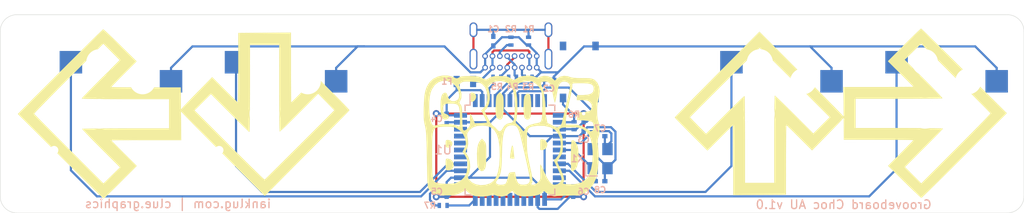
<source format=kicad_pcb>
(kicad_pcb (version 20171130) (host pcbnew "(5.1.5)-3")

  (general
    (thickness 1.6)
    (drawings 13)
    (tracks 242)
    (zones 0)
    (modules 29)
    (nets 20)
  )

  (page A4)
  (layers
    (0 F.Cu signal)
    (31 B.Cu signal)
    (32 B.Adhes user)
    (33 F.Adhes user)
    (34 B.Paste user)
    (35 F.Paste user)
    (36 B.SilkS user)
    (37 F.SilkS user hide)
    (38 B.Mask user)
    (39 F.Mask user)
    (40 Dwgs.User user)
    (41 Cmts.User user)
    (42 Eco1.User user)
    (43 Eco2.User user)
    (44 Edge.Cuts user)
    (45 Margin user)
    (46 B.CrtYd user)
    (47 F.CrtYd user)
    (48 B.Fab user)
    (49 F.Fab user)
  )

  (setup
    (last_trace_width 0.25)
    (trace_clearance 0.2)
    (zone_clearance 0.508)
    (zone_45_only no)
    (trace_min 0.2)
    (via_size 0.8)
    (via_drill 0.4)
    (via_min_size 0.4)
    (via_min_drill 0.3)
    (uvia_size 0.3)
    (uvia_drill 0.1)
    (uvias_allowed no)
    (uvia_min_size 0.2)
    (uvia_min_drill 0.1)
    (edge_width 0.05)
    (segment_width 0.2)
    (pcb_text_width 0.3)
    (pcb_text_size 1.5 1.5)
    (mod_edge_width 0.12)
    (mod_text_size 1 1)
    (mod_text_width 0.15)
    (pad_size 1.524 1.524)
    (pad_drill 0.762)
    (pad_to_mask_clearance 0)
    (aux_axis_origin 0 0)
    (grid_origin 54.737 24.765)
    (visible_elements 7FFFFFFF)
    (pcbplotparams
      (layerselection 0x010fc_ffffffff)
      (usegerberextensions true)
      (usegerberattributes false)
      (usegerberadvancedattributes false)
      (creategerberjobfile false)
      (excludeedgelayer true)
      (linewidth 0.100000)
      (plotframeref false)
      (viasonmask false)
      (mode 1)
      (useauxorigin false)
      (hpglpennumber 1)
      (hpglpenspeed 20)
      (hpglpendiameter 15.000000)
      (psnegative false)
      (psa4output false)
      (plotreference true)
      (plotvalue false)
      (plotinvisibletext false)
      (padsonsilk false)
      (subtractmaskfromsilk true)
      (outputformat 1)
      (mirror false)
      (drillshape 0)
      (scaleselection 1)
      (outputdirectory ""))
  )

  (net 0 "")
  (net 1 "Net-(C1-Pad1)")
  (net 2 GND)
  (net 3 VCC)
  (net 4 "Net-(C7-Pad2)")
  (net 5 "Net-(F1-Pad2)")
  (net 6 "Net-(J1-PadA5)")
  (net 7 "Net-(J1-PadA6)")
  (net 8 "Net-(J1-PadA7)")
  (net 9 "Net-(J1-PadB5)")
  (net 10 RST)
  (net 11 MX1)
  (net 12 MX2)
  (net 13 MX3)
  (net 14 MX4)
  (net 15 D-)
  (net 16 D+)
  (net 17 "Net-(R7-Pad2)")
  (net 18 "Net-(C2-Pad1)")
  (net 19 "Net-(C8-Pad2)")

  (net_class Default "This is the default net class."
    (clearance 0.2)
    (trace_width 0.25)
    (via_dia 0.8)
    (via_drill 0.4)
    (uvia_dia 0.3)
    (uvia_drill 0.1)
    (add_net D+)
    (add_net D-)
    (add_net GND)
    (add_net MX1)
    (add_net MX2)
    (add_net MX3)
    (add_net MX4)
    (add_net "Net-(C1-Pad1)")
    (add_net "Net-(C2-Pad1)")
    (add_net "Net-(C7-Pad2)")
    (add_net "Net-(C8-Pad2)")
    (add_net "Net-(F1-Pad2)")
    (add_net "Net-(J1-PadA5)")
    (add_net "Net-(J1-PadA6)")
    (add_net "Net-(J1-PadA7)")
    (add_net "Net-(J1-PadB5)")
    (add_net "Net-(R7-Pad2)")
    (add_net RST)
    (add_net VCC)
  )

  (module Keebio-Parts:Crystal_SMD_3225-4pin_3.2x2.5mm (layer B.Cu) (tedit 6092F583) (tstamp 60933DE8)
    (at 108.837 39.465 90)
    (descr "SMD Crystal SERIES SMD3225/4 http://www.txccrystal.com/images/pdf/7m-accuracy.pdf, 3.2x2.5mm^2 package")
    (tags "SMD SMT crystal")
    (path /60960DC2)
    (attr smd)
    (fp_text reference X1 (at 0 -2.625 180) (layer B.SilkS)
      (effects (font (size 0.8 0.8) (thickness 0.15)) (justify mirror))
    )
    (fp_text value 16MHz (at 0 -2.45 90) (layer B.Fab)
      (effects (font (size 1 1) (thickness 0.15)) (justify mirror))
    )
    (fp_line (start 2.1 1.7) (end -2.1 1.7) (layer B.CrtYd) (width 0.05))
    (fp_line (start 2.1 -1.7) (end 2.1 1.7) (layer B.CrtYd) (width 0.05))
    (fp_line (start -2.1 -1.7) (end 2.1 -1.7) (layer B.CrtYd) (width 0.05))
    (fp_line (start -2.1 1.7) (end -2.1 -1.7) (layer B.CrtYd) (width 0.05))
    (fp_line (start -2 -1.65) (end -0.4 -1.65) (layer B.SilkS) (width 0.12))
    (fp_line (start -2 -0.3) (end -2 -1.65) (layer B.SilkS) (width 0.12))
    (fp_line (start -1.6 -0.25) (end -0.6 -1.25) (layer B.Fab) (width 0.1))
    (fp_line (start 1.6 1.25) (end -1.6 1.25) (layer B.Fab) (width 0.1))
    (fp_line (start 1.6 -1.25) (end 1.6 1.25) (layer B.Fab) (width 0.1))
    (fp_line (start -1.6 -1.25) (end 1.6 -1.25) (layer B.Fab) (width 0.1))
    (fp_line (start -1.6 1.25) (end -1.6 -1.25) (layer B.Fab) (width 0.1))
    (fp_text user %R (at 0 3.556 90) (layer B.Fab)
      (effects (font (size 0.7 0.7) (thickness 0.105)) (justify mirror))
    )
    (pad 1 smd rect (at -1.1 -0.85 90) (size 1.4 1.2) (layers B.Cu B.Paste B.Mask)
      (net 19 "Net-(C8-Pad2)"))
    (pad 2 smd rect (at 1.1 -0.85 90) (size 1.4 1.2) (layers B.Cu B.Paste B.Mask)
      (net 2 GND))
    (pad 3 smd rect (at 1.1 0.85 90) (size 1.4 1.2) (layers B.Cu B.Paste B.Mask)
      (net 4 "Net-(C7-Pad2)"))
    (pad 4 smd rect (at -1.1 0.85 90) (size 1.4 1.2) (layers B.Cu B.Paste B.Mask)
      (net 2 GND))
    (model ${KISYS3DMOD}/Crystal.3dshapes/Crystal_SMD_3225-4Pin_3.2x2.5mm.wrl
      (at (xyz 0 0 0))
      (scale (xyz 1 1 1))
      (rotate (xyz 0 0 0))
    )
  )

  (module Package_QFP:TQFP-44_10x10mm_P0.8mm (layer B.Cu) (tedit 5A02F146) (tstamp 60DBF056)
    (at 98.437 38.465 270)
    (descr "44-Lead Plastic Thin Quad Flatpack (PT) - 10x10x1.0 mm Body [TQFP] (see Microchip Packaging Specification 00000049BS.pdf)")
    (tags "QFP 0.8")
    (path /60DB9CEE)
    (attr smd)
    (fp_text reference U1 (at 0 7.7 180) (layer B.SilkS)
      (effects (font (size 1 1) (thickness 0.15)) (justify mirror))
    )
    (fp_text value ATmega32U4-AU (at 0 -7.45 90) (layer B.Fab)
      (effects (font (size 1 1) (thickness 0.15)) (justify mirror))
    )
    (fp_line (start -5.175 4.6) (end -6.45 4.6) (layer B.SilkS) (width 0.15))
    (fp_line (start 5.175 5.175) (end 4.5 5.175) (layer B.SilkS) (width 0.15))
    (fp_line (start 5.175 -5.175) (end 4.5 -5.175) (layer B.SilkS) (width 0.15))
    (fp_line (start -5.175 -5.175) (end -4.5 -5.175) (layer B.SilkS) (width 0.15))
    (fp_line (start -5.175 5.175) (end -4.5 5.175) (layer B.SilkS) (width 0.15))
    (fp_line (start -5.175 -5.175) (end -5.175 -4.5) (layer B.SilkS) (width 0.15))
    (fp_line (start 5.175 -5.175) (end 5.175 -4.5) (layer B.SilkS) (width 0.15))
    (fp_line (start 5.175 5.175) (end 5.175 4.5) (layer B.SilkS) (width 0.15))
    (fp_line (start -5.175 5.175) (end -5.175 4.6) (layer B.SilkS) (width 0.15))
    (fp_line (start -6.7 -6.7) (end 6.7 -6.7) (layer B.CrtYd) (width 0.05))
    (fp_line (start -6.7 6.7) (end 6.7 6.7) (layer B.CrtYd) (width 0.05))
    (fp_line (start 6.7 6.7) (end 6.7 -6.7) (layer B.CrtYd) (width 0.05))
    (fp_line (start -6.7 6.7) (end -6.7 -6.7) (layer B.CrtYd) (width 0.05))
    (fp_line (start -5 4) (end -4 5) (layer B.Fab) (width 0.15))
    (fp_line (start -5 -5) (end -5 4) (layer B.Fab) (width 0.15))
    (fp_line (start 5 -5) (end -5 -5) (layer B.Fab) (width 0.15))
    (fp_line (start 5 5) (end 5 -5) (layer B.Fab) (width 0.15))
    (fp_line (start -4 5) (end 5 5) (layer B.Fab) (width 0.15))
    (fp_text user %R (at 0 0 90) (layer B.Fab)
      (effects (font (size 1 1) (thickness 0.15)) (justify mirror))
    )
    (pad 44 smd rect (at -4 5.7 180) (size 1.5 0.55) (layers B.Cu B.Paste B.Mask)
      (net 3 VCC))
    (pad 43 smd rect (at -3.2 5.7 180) (size 1.5 0.55) (layers B.Cu B.Paste B.Mask)
      (net 2 GND))
    (pad 42 smd rect (at -2.4 5.7 180) (size 1.5 0.55) (layers B.Cu B.Paste B.Mask))
    (pad 41 smd rect (at -1.6 5.7 180) (size 1.5 0.55) (layers B.Cu B.Paste B.Mask))
    (pad 40 smd rect (at -0.8 5.7 180) (size 1.5 0.55) (layers B.Cu B.Paste B.Mask))
    (pad 39 smd rect (at 0 5.7 180) (size 1.5 0.55) (layers B.Cu B.Paste B.Mask))
    (pad 38 smd rect (at 0.8 5.7 180) (size 1.5 0.55) (layers B.Cu B.Paste B.Mask))
    (pad 37 smd rect (at 1.6 5.7 180) (size 1.5 0.55) (layers B.Cu B.Paste B.Mask)
      (net 12 MX2))
    (pad 36 smd rect (at 2.4 5.7 180) (size 1.5 0.55) (layers B.Cu B.Paste B.Mask)
      (net 11 MX1))
    (pad 35 smd rect (at 3.2 5.7 180) (size 1.5 0.55) (layers B.Cu B.Paste B.Mask)
      (net 2 GND))
    (pad 34 smd rect (at 4 5.7 180) (size 1.5 0.55) (layers B.Cu B.Paste B.Mask)
      (net 3 VCC))
    (pad 33 smd rect (at 5.7 4 270) (size 1.5 0.55) (layers B.Cu B.Paste B.Mask)
      (net 17 "Net-(R7-Pad2)"))
    (pad 32 smd rect (at 5.7 3.2 270) (size 1.5 0.55) (layers B.Cu B.Paste B.Mask))
    (pad 31 smd rect (at 5.7 2.4 270) (size 1.5 0.55) (layers B.Cu B.Paste B.Mask))
    (pad 30 smd rect (at 5.7 1.6 270) (size 1.5 0.55) (layers B.Cu B.Paste B.Mask))
    (pad 29 smd rect (at 5.7 0.8 270) (size 1.5 0.55) (layers B.Cu B.Paste B.Mask))
    (pad 28 smd rect (at 5.7 0 270) (size 1.5 0.55) (layers B.Cu B.Paste B.Mask))
    (pad 27 smd rect (at 5.7 -0.8 270) (size 1.5 0.55) (layers B.Cu B.Paste B.Mask))
    (pad 26 smd rect (at 5.7 -1.6 270) (size 1.5 0.55) (layers B.Cu B.Paste B.Mask))
    (pad 25 smd rect (at 5.7 -2.4 270) (size 1.5 0.55) (layers B.Cu B.Paste B.Mask))
    (pad 24 smd rect (at 5.7 -3.2 270) (size 1.5 0.55) (layers B.Cu B.Paste B.Mask)
      (net 3 VCC))
    (pad 23 smd rect (at 5.7 -4 270) (size 1.5 0.55) (layers B.Cu B.Paste B.Mask)
      (net 2 GND))
    (pad 22 smd rect (at 4 -5.7 180) (size 1.5 0.55) (layers B.Cu B.Paste B.Mask))
    (pad 21 smd rect (at 3.2 -5.7 180) (size 1.5 0.55) (layers B.Cu B.Paste B.Mask))
    (pad 20 smd rect (at 2.4 -5.7 180) (size 1.5 0.55) (layers B.Cu B.Paste B.Mask)
      (net 14 MX4))
    (pad 19 smd rect (at 1.6 -5.7 180) (size 1.5 0.55) (layers B.Cu B.Paste B.Mask)
      (net 13 MX3))
    (pad 18 smd rect (at 0.8 -5.7 180) (size 1.5 0.55) (layers B.Cu B.Paste B.Mask))
    (pad 17 smd rect (at 0 -5.7 180) (size 1.5 0.55) (layers B.Cu B.Paste B.Mask)
      (net 19 "Net-(C8-Pad2)"))
    (pad 16 smd rect (at -0.8 -5.7 180) (size 1.5 0.55) (layers B.Cu B.Paste B.Mask)
      (net 4 "Net-(C7-Pad2)"))
    (pad 15 smd rect (at -1.6 -5.7 180) (size 1.5 0.55) (layers B.Cu B.Paste B.Mask)
      (net 2 GND))
    (pad 14 smd rect (at -2.4 -5.7 180) (size 1.5 0.55) (layers B.Cu B.Paste B.Mask)
      (net 3 VCC))
    (pad 13 smd rect (at -3.2 -5.7 180) (size 1.5 0.55) (layers B.Cu B.Paste B.Mask)
      (net 10 RST))
    (pad 12 smd rect (at -4 -5.7 180) (size 1.5 0.55) (layers B.Cu B.Paste B.Mask))
    (pad 11 smd rect (at -5.7 -4 270) (size 1.5 0.55) (layers B.Cu B.Paste B.Mask))
    (pad 10 smd rect (at -5.7 -3.2 270) (size 1.5 0.55) (layers B.Cu B.Paste B.Mask))
    (pad 9 smd rect (at -5.7 -2.4 270) (size 1.5 0.55) (layers B.Cu B.Paste B.Mask))
    (pad 8 smd rect (at -5.7 -1.6 270) (size 1.5 0.55) (layers B.Cu B.Paste B.Mask))
    (pad 7 smd rect (at -5.7 -0.8 270) (size 1.5 0.55) (layers B.Cu B.Paste B.Mask)
      (net 3 VCC))
    (pad 6 smd rect (at -5.7 0 270) (size 1.5 0.55) (layers B.Cu B.Paste B.Mask)
      (net 18 "Net-(C2-Pad1)"))
    (pad 5 smd rect (at -5.7 0.8 270) (size 1.5 0.55) (layers B.Cu B.Paste B.Mask)
      (net 2 GND))
    (pad 4 smd rect (at -5.7 1.6 270) (size 1.5 0.55) (layers B.Cu B.Paste B.Mask)
      (net 16 D+))
    (pad 3 smd rect (at -5.7 2.4 270) (size 1.5 0.55) (layers B.Cu B.Paste B.Mask)
      (net 15 D-))
    (pad 2 smd rect (at -5.7 3.2 270) (size 1.5 0.55) (layers B.Cu B.Paste B.Mask)
      (net 3 VCC))
    (pad 1 smd rect (at -5.7 4 270) (size 1.5 0.55) (layers B.Cu B.Paste B.Mask))
    (model ${KISYS3DMOD}/Package_QFP.3dshapes/TQFP-44_10x10mm_P0.8mm.wrl
      (at (xyz 0 0 0))
      (scale (xyz 1 1 1))
      (rotate (xyz 0 0 0))
    )
  )

  (module keyswitches:Kailh_socket_PG1350 (layer F.Cu) (tedit 60959329) (tstamp 60933CF1)
    (at 146.315 34.29 180)
    (descr "Kailh \"Choc\" PG1350 keyswitch socket mount")
    (tags kailh,choc)
    (path /60A19665)
    (attr smd)
    (fp_text reference MX4 (at -5 -2 180) (layer B.SilkS) hide
      (effects (font (size 1 1) (thickness 0.15)) (justify mirror))
    )
    (fp_text value MX-NoLED (at 0 8.255 180) (layer F.Fab)
      (effects (font (size 1 1) (thickness 0.15)))
    )
    (fp_line (start 4.5 7.25) (end 2 7.25) (layer B.Fab) (width 0.12))
    (fp_line (start 4.5 4.75) (end 4.5 7.25) (layer B.Fab) (width 0.12))
    (fp_line (start 2 4.75) (end 4.5 4.75) (layer B.Fab) (width 0.12))
    (fp_line (start -9.5 2.5) (end -7 2.5) (layer B.Fab) (width 0.12))
    (fp_line (start -9.5 5) (end -9.5 2.5) (layer B.Fab) (width 0.12))
    (fp_line (start -7 5) (end -9.5 5) (layer B.Fab) (width 0.12))
    (fp_line (start -7 1.5) (end -7 6.2) (layer B.Fab) (width 0.12))
    (fp_line (start 2 4.25) (end 2 7.7) (layer B.Fab) (width 0.12))
    (fp_line (start -2.5 2.2) (end -2.5 1.5) (layer B.Fab) (width 0.15))
    (fp_line (start -2.5 1.5) (end -7 1.5) (layer B.Fab) (width 0.15))
    (fp_arc (start -1 2.2) (end -2.5 2.2) (angle -90) (layer B.Fab) (width 0.15))
    (fp_line (start -1.5 8.2) (end -2 7.7) (layer B.Fab) (width 0.15))
    (fp_line (start -2 6.7) (end -2 7.7) (layer B.Fab) (width 0.15))
    (fp_line (start -7 6.2) (end -2.5 6.2) (layer B.Fab) (width 0.15))
    (fp_line (start 2 4.2) (end 1.5 3.7) (layer B.Fab) (width 0.15))
    (fp_line (start 1.5 3.7) (end -1 3.7) (layer B.Fab) (width 0.15))
    (fp_line (start 2 7.7) (end 1.5 8.2) (layer B.Fab) (width 0.15))
    (fp_line (start 1.5 8.2) (end -1.5 8.2) (layer B.Fab) (width 0.15))
    (fp_arc (start -2.5 6.7) (end -2 6.7) (angle -90) (layer B.Fab) (width 0.15))
    (fp_text user %R (at -3 5 180) (layer B.Fab)
      (effects (font (size 1 1) (thickness 0.15)) (justify mirror))
    )
    (fp_text user %V (at -1 9 180) (layer B.Fab)
      (effects (font (size 1 1) (thickness 0.15)) (justify mirror))
    )
    (fp_line (start -7.5 7.5) (end -7.5 -7.5) (layer F.Fab) (width 0.15))
    (fp_line (start 7.5 7.5) (end -7.5 7.5) (layer F.Fab) (width 0.15))
    (fp_line (start 7.5 -7.5) (end 7.5 7.5) (layer F.Fab) (width 0.15))
    (fp_line (start -7.5 -7.5) (end 7.5 -7.5) (layer F.Fab) (width 0.15))
    (fp_line (start -6.9 6.9) (end -6.9 -6.9) (layer Eco2.User) (width 0.15))
    (fp_line (start 6.9 -6.9) (end 6.9 6.9) (layer Eco2.User) (width 0.15))
    (fp_line (start 6.9 -6.9) (end -6.9 -6.9) (layer Eco2.User) (width 0.15))
    (fp_line (start -6.9 6.9) (end 6.9 6.9) (layer Eco2.User) (width 0.15))
    (fp_line (start -2.6 -3.1) (end -2.6 -6.3) (layer Eco2.User) (width 0.15))
    (fp_line (start 2.6 -6.3) (end -2.6 -6.3) (layer Eco2.User) (width 0.15))
    (fp_line (start 2.6 -3.1) (end 2.6 -6.3) (layer Eco2.User) (width 0.15))
    (fp_line (start -2.6 -3.1) (end 2.6 -3.1) (layer Eco2.User) (width 0.15))
    (pad "" np_thru_hole circle (at -5.5 0 180) (size 1.7018 1.7018) (drill 1.7018) (layers *.Cu *.Mask))
    (pad "" np_thru_hole circle (at 5.5 0 180) (size 1.7018 1.7018) (drill 1.7018) (layers *.Cu *.Mask))
    (pad 1 smd rect (at 3.275 5.95 180) (size 2.6 2.6) (layers B.Cu B.Paste B.Mask)
      (net 14 MX4))
    (pad "" np_thru_hole circle (at -5 3.75 180) (size 3 3) (drill 3) (layers *.Cu *.Mask))
    (pad "" np_thru_hole circle (at 0 0 180) (size 3.429 3.429) (drill 3.429) (layers *.Cu *.Mask))
    (pad "" np_thru_hole circle (at 0 5.95 180) (size 3 3) (drill 3) (layers *.Cu *.Mask))
    (pad 2 smd rect (at -8.275 3.75 180) (size 2.6 2.6) (layers B.Cu B.Paste B.Mask)
      (net 2 GND))
    (pad "" np_thru_hole circle (at 5.22 -4.2 180) (size 0.9906 0.9906) (drill 0.9906) (layers *.Cu *.Mask))
  )

  (module keyswitches:Kailh_socket_PG1350 (layer F.Cu) (tedit 60959318) (tstamp 60933CD5)
    (at 127.265 34.29 180)
    (descr "Kailh \"Choc\" PG1350 keyswitch socket mount")
    (tags kailh,choc)
    (path /60A187FF)
    (attr smd)
    (fp_text reference MX3 (at -5 -2 180) (layer B.SilkS) hide
      (effects (font (size 1 1) (thickness 0.15)) (justify mirror))
    )
    (fp_text value MX-NoLED (at 0 8.255 180) (layer F.Fab)
      (effects (font (size 1 1) (thickness 0.15)))
    )
    (fp_line (start 4.5 7.25) (end 2 7.25) (layer B.Fab) (width 0.12))
    (fp_line (start 4.5 4.75) (end 4.5 7.25) (layer B.Fab) (width 0.12))
    (fp_line (start 2 4.75) (end 4.5 4.75) (layer B.Fab) (width 0.12))
    (fp_line (start -9.5 2.5) (end -7 2.5) (layer B.Fab) (width 0.12))
    (fp_line (start -9.5 5) (end -9.5 2.5) (layer B.Fab) (width 0.12))
    (fp_line (start -7 5) (end -9.5 5) (layer B.Fab) (width 0.12))
    (fp_line (start -7 1.5) (end -7 6.2) (layer B.Fab) (width 0.12))
    (fp_line (start 2 4.25) (end 2 7.7) (layer B.Fab) (width 0.12))
    (fp_line (start -2.5 2.2) (end -2.5 1.5) (layer B.Fab) (width 0.15))
    (fp_line (start -2.5 1.5) (end -7 1.5) (layer B.Fab) (width 0.15))
    (fp_arc (start -1 2.2) (end -2.5 2.2) (angle -90) (layer B.Fab) (width 0.15))
    (fp_line (start -1.5 8.2) (end -2 7.7) (layer B.Fab) (width 0.15))
    (fp_line (start -2 6.7) (end -2 7.7) (layer B.Fab) (width 0.15))
    (fp_line (start -7 6.2) (end -2.5 6.2) (layer B.Fab) (width 0.15))
    (fp_line (start 2 4.2) (end 1.5 3.7) (layer B.Fab) (width 0.15))
    (fp_line (start 1.5 3.7) (end -1 3.7) (layer B.Fab) (width 0.15))
    (fp_line (start 2 7.7) (end 1.5 8.2) (layer B.Fab) (width 0.15))
    (fp_line (start 1.5 8.2) (end -1.5 8.2) (layer B.Fab) (width 0.15))
    (fp_arc (start -2.5 6.7) (end -2 6.7) (angle -90) (layer B.Fab) (width 0.15))
    (fp_text user %R (at -3 5 180) (layer B.Fab)
      (effects (font (size 1 1) (thickness 0.15)) (justify mirror))
    )
    (fp_text user %V (at -1 9 180) (layer B.Fab)
      (effects (font (size 1 1) (thickness 0.15)) (justify mirror))
    )
    (fp_line (start -7.5 7.5) (end -7.5 -7.5) (layer F.Fab) (width 0.15))
    (fp_line (start 7.5 7.5) (end -7.5 7.5) (layer F.Fab) (width 0.15))
    (fp_line (start 7.5 -7.5) (end 7.5 7.5) (layer F.Fab) (width 0.15))
    (fp_line (start -7.5 -7.5) (end 7.5 -7.5) (layer F.Fab) (width 0.15))
    (fp_line (start -6.9 6.9) (end -6.9 -6.9) (layer Eco2.User) (width 0.15))
    (fp_line (start 6.9 -6.9) (end 6.9 6.9) (layer Eco2.User) (width 0.15))
    (fp_line (start 6.9 -6.9) (end -6.9 -6.9) (layer Eco2.User) (width 0.15))
    (fp_line (start -6.9 6.9) (end 6.9 6.9) (layer Eco2.User) (width 0.15))
    (fp_line (start -2.6 -3.1) (end -2.6 -6.3) (layer Eco2.User) (width 0.15))
    (fp_line (start 2.6 -6.3) (end -2.6 -6.3) (layer Eco2.User) (width 0.15))
    (fp_line (start 2.6 -3.1) (end 2.6 -6.3) (layer Eco2.User) (width 0.15))
    (fp_line (start -2.6 -3.1) (end 2.6 -3.1) (layer Eco2.User) (width 0.15))
    (pad "" np_thru_hole circle (at -5.5 0 180) (size 1.7018 1.7018) (drill 1.7018) (layers *.Cu *.Mask))
    (pad "" np_thru_hole circle (at 5.5 0 180) (size 1.7018 1.7018) (drill 1.7018) (layers *.Cu *.Mask))
    (pad 1 smd rect (at 3.275 5.95 180) (size 2.6 2.6) (layers B.Cu B.Paste B.Mask)
      (net 13 MX3))
    (pad "" np_thru_hole circle (at -5 3.75 180) (size 3 3) (drill 3) (layers *.Cu *.Mask))
    (pad "" np_thru_hole circle (at 0 0 180) (size 3.429 3.429) (drill 3.429) (layers *.Cu *.Mask))
    (pad "" np_thru_hole circle (at 0 5.95 180) (size 3 3) (drill 3) (layers *.Cu *.Mask))
    (pad 2 smd rect (at -8.275 3.75 180) (size 2.6 2.6) (layers B.Cu B.Paste B.Mask)
      (net 2 GND))
    (pad "" np_thru_hole circle (at 5.22 -4.2 180) (size 0.9906 0.9906) (drill 0.9906) (layers *.Cu *.Mask))
  )

  (module keyswitches:Kailh_socket_PG1350 (layer F.Cu) (tedit 60959302) (tstamp 60933CB9)
    (at 70.112 34.29 180)
    (descr "Kailh \"Choc\" PG1350 keyswitch socket mount")
    (tags kailh,choc)
    (path /60A17670)
    (attr smd)
    (fp_text reference MX2 (at -5 -2 180) (layer B.SilkS) hide
      (effects (font (size 1 1) (thickness 0.15)) (justify mirror))
    )
    (fp_text value MX-NoLED (at 0 8.255 180) (layer F.Fab)
      (effects (font (size 1 1) (thickness 0.15)))
    )
    (fp_line (start 4.5 7.25) (end 2 7.25) (layer B.Fab) (width 0.12))
    (fp_line (start 4.5 4.75) (end 4.5 7.25) (layer B.Fab) (width 0.12))
    (fp_line (start 2 4.75) (end 4.5 4.75) (layer B.Fab) (width 0.12))
    (fp_line (start -9.5 2.5) (end -7 2.5) (layer B.Fab) (width 0.12))
    (fp_line (start -9.5 5) (end -9.5 2.5) (layer B.Fab) (width 0.12))
    (fp_line (start -7 5) (end -9.5 5) (layer B.Fab) (width 0.12))
    (fp_line (start -7 1.5) (end -7 6.2) (layer B.Fab) (width 0.12))
    (fp_line (start 2 4.25) (end 2 7.7) (layer B.Fab) (width 0.12))
    (fp_line (start -2.5 2.2) (end -2.5 1.5) (layer B.Fab) (width 0.15))
    (fp_line (start -2.5 1.5) (end -7 1.5) (layer B.Fab) (width 0.15))
    (fp_arc (start -1 2.2) (end -2.5 2.2) (angle -90) (layer B.Fab) (width 0.15))
    (fp_line (start -1.5 8.2) (end -2 7.7) (layer B.Fab) (width 0.15))
    (fp_line (start -2 6.7) (end -2 7.7) (layer B.Fab) (width 0.15))
    (fp_line (start -7 6.2) (end -2.5 6.2) (layer B.Fab) (width 0.15))
    (fp_line (start 2 4.2) (end 1.5 3.7) (layer B.Fab) (width 0.15))
    (fp_line (start 1.5 3.7) (end -1 3.7) (layer B.Fab) (width 0.15))
    (fp_line (start 2 7.7) (end 1.5 8.2) (layer B.Fab) (width 0.15))
    (fp_line (start 1.5 8.2) (end -1.5 8.2) (layer B.Fab) (width 0.15))
    (fp_arc (start -2.5 6.7) (end -2 6.7) (angle -90) (layer B.Fab) (width 0.15))
    (fp_text user %R (at -3 5 180) (layer B.Fab)
      (effects (font (size 1 1) (thickness 0.15)) (justify mirror))
    )
    (fp_text user %V (at -1 9 180) (layer B.Fab)
      (effects (font (size 1 1) (thickness 0.15)) (justify mirror))
    )
    (fp_line (start -7.5 7.5) (end -7.5 -7.5) (layer F.Fab) (width 0.15))
    (fp_line (start 7.5 7.5) (end -7.5 7.5) (layer F.Fab) (width 0.15))
    (fp_line (start 7.5 -7.5) (end 7.5 7.5) (layer F.Fab) (width 0.15))
    (fp_line (start -7.5 -7.5) (end 7.5 -7.5) (layer F.Fab) (width 0.15))
    (fp_line (start -6.9 6.9) (end -6.9 -6.9) (layer Eco2.User) (width 0.15))
    (fp_line (start 6.9 -6.9) (end 6.9 6.9) (layer Eco2.User) (width 0.15))
    (fp_line (start 6.9 -6.9) (end -6.9 -6.9) (layer Eco2.User) (width 0.15))
    (fp_line (start -6.9 6.9) (end 6.9 6.9) (layer Eco2.User) (width 0.15))
    (fp_line (start -2.6 -3.1) (end -2.6 -6.3) (layer Eco2.User) (width 0.15))
    (fp_line (start 2.6 -6.3) (end -2.6 -6.3) (layer Eco2.User) (width 0.15))
    (fp_line (start 2.6 -3.1) (end 2.6 -6.3) (layer Eco2.User) (width 0.15))
    (fp_line (start -2.6 -3.1) (end 2.6 -3.1) (layer Eco2.User) (width 0.15))
    (pad "" np_thru_hole circle (at -5.5 0 180) (size 1.7018 1.7018) (drill 1.7018) (layers *.Cu *.Mask))
    (pad "" np_thru_hole circle (at 5.5 0 180) (size 1.7018 1.7018) (drill 1.7018) (layers *.Cu *.Mask))
    (pad 1 smd rect (at 3.275 5.95 180) (size 2.6 2.6) (layers B.Cu B.Paste B.Mask)
      (net 12 MX2))
    (pad "" np_thru_hole circle (at -5 3.75 180) (size 3 3) (drill 3) (layers *.Cu *.Mask))
    (pad "" np_thru_hole circle (at 0 0 180) (size 3.429 3.429) (drill 3.429) (layers *.Cu *.Mask))
    (pad "" np_thru_hole circle (at 0 5.95 180) (size 3 3) (drill 3) (layers *.Cu *.Mask))
    (pad 2 smd rect (at -8.275 3.75 180) (size 2.6 2.6) (layers B.Cu B.Paste B.Mask)
      (net 2 GND))
    (pad "" np_thru_hole circle (at 5.22 -4.2 180) (size 0.9906 0.9906) (drill 0.9906) (layers *.Cu *.Mask))
  )

  (module keyswitches:Kailh_socket_PG1350 (layer F.Cu) (tedit 609592E2) (tstamp 60933C9D)
    (at 51.062 34.29 180)
    (descr "Kailh \"Choc\" PG1350 keyswitch socket mount")
    (tags kailh,choc)
    (path /60A03FDE)
    (attr smd)
    (fp_text reference MX1 (at -5 -2 180) (layer B.SilkS) hide
      (effects (font (size 1 1) (thickness 0.15)) (justify mirror))
    )
    (fp_text value MX-NoLED (at 0 8.255 180) (layer F.Fab)
      (effects (font (size 1 1) (thickness 0.15)))
    )
    (fp_line (start 4.5 7.25) (end 2 7.25) (layer B.Fab) (width 0.12))
    (fp_line (start 4.5 4.75) (end 4.5 7.25) (layer B.Fab) (width 0.12))
    (fp_line (start 2 4.75) (end 4.5 4.75) (layer B.Fab) (width 0.12))
    (fp_line (start -9.5 2.5) (end -7 2.5) (layer B.Fab) (width 0.12))
    (fp_line (start -9.5 5) (end -9.5 2.5) (layer B.Fab) (width 0.12))
    (fp_line (start -7 5) (end -9.5 5) (layer B.Fab) (width 0.12))
    (fp_line (start -7 1.5) (end -7 6.2) (layer B.Fab) (width 0.12))
    (fp_line (start 2 4.25) (end 2 7.7) (layer B.Fab) (width 0.12))
    (fp_line (start -2.5 2.2) (end -2.5 1.5) (layer B.Fab) (width 0.15))
    (fp_line (start -2.5 1.5) (end -7 1.5) (layer B.Fab) (width 0.15))
    (fp_arc (start -1 2.2) (end -2.5 2.2) (angle -90) (layer B.Fab) (width 0.15))
    (fp_line (start -1.5 8.2) (end -2 7.7) (layer B.Fab) (width 0.15))
    (fp_line (start -2 6.7) (end -2 7.7) (layer B.Fab) (width 0.15))
    (fp_line (start -7 6.2) (end -2.5 6.2) (layer B.Fab) (width 0.15))
    (fp_line (start 2 4.2) (end 1.5 3.7) (layer B.Fab) (width 0.15))
    (fp_line (start 1.5 3.7) (end -1 3.7) (layer B.Fab) (width 0.15))
    (fp_line (start 2 7.7) (end 1.5 8.2) (layer B.Fab) (width 0.15))
    (fp_line (start 1.5 8.2) (end -1.5 8.2) (layer B.Fab) (width 0.15))
    (fp_arc (start -2.5 6.7) (end -2 6.7) (angle -90) (layer B.Fab) (width 0.15))
    (fp_text user %R (at -3 5 180) (layer B.Fab)
      (effects (font (size 1 1) (thickness 0.15)) (justify mirror))
    )
    (fp_text user %V (at -1 9 180) (layer B.Fab)
      (effects (font (size 1 1) (thickness 0.15)) (justify mirror))
    )
    (fp_line (start -7.5 7.5) (end -7.5 -7.5) (layer F.Fab) (width 0.15))
    (fp_line (start 7.5 7.5) (end -7.5 7.5) (layer F.Fab) (width 0.15))
    (fp_line (start 7.5 -7.5) (end 7.5 7.5) (layer F.Fab) (width 0.15))
    (fp_line (start -7.5 -7.5) (end 7.5 -7.5) (layer F.Fab) (width 0.15))
    (fp_line (start -6.9 6.9) (end -6.9 -6.9) (layer Eco2.User) (width 0.15))
    (fp_line (start 6.9 -6.9) (end 6.9 6.9) (layer Eco2.User) (width 0.15))
    (fp_line (start 6.9 -6.9) (end -6.9 -6.9) (layer Eco2.User) (width 0.15))
    (fp_line (start -6.9 6.9) (end 6.9 6.9) (layer Eco2.User) (width 0.15))
    (fp_line (start -2.6 -3.1) (end -2.6 -6.3) (layer Eco2.User) (width 0.15))
    (fp_line (start 2.6 -6.3) (end -2.6 -6.3) (layer Eco2.User) (width 0.15))
    (fp_line (start 2.6 -3.1) (end 2.6 -6.3) (layer Eco2.User) (width 0.15))
    (fp_line (start -2.6 -3.1) (end 2.6 -3.1) (layer Eco2.User) (width 0.15))
    (pad "" np_thru_hole circle (at -5.5 0 180) (size 1.7018 1.7018) (drill 1.7018) (layers *.Cu *.Mask))
    (pad "" np_thru_hole circle (at 5.5 0 180) (size 1.7018 1.7018) (drill 1.7018) (layers *.Cu *.Mask))
    (pad 1 smd rect (at 3.275 5.95 180) (size 2.6 2.6) (layers B.Cu B.Paste B.Mask)
      (net 11 MX1))
    (pad "" np_thru_hole circle (at -5 3.75 180) (size 3 3) (drill 3) (layers *.Cu *.Mask))
    (pad "" np_thru_hole circle (at 0 0 180) (size 3.429 3.429) (drill 3.429) (layers *.Cu *.Mask))
    (pad "" np_thru_hole circle (at 0 5.95 180) (size 3 3) (drill 3) (layers *.Cu *.Mask))
    (pad 2 smd rect (at -8.275 3.75 180) (size 2.6 2.6) (layers B.Cu B.Paste B.Mask)
      (net 2 GND))
    (pad "" np_thru_hole circle (at 5.22 -4.2 180) (size 0.9906 0.9906) (drill 0.9906) (layers *.Cu *.Mask))
  )

  (module Type-C:USB_C_GCT_USB4085 (layer F.Cu) (tedit 60957D1C) (tstamp 6095D76F)
    (at 98.552 22.86 180)
    (path /60958AC4)
    (fp_text reference J1 (at 0 1.85 180) (layer F.SilkS) hide
      (effects (font (size 1 1) (thickness 0.15)))
    )
    (fp_text value USB_C_Receptacle_USB2.0 (at 0 0.85 180) (layer F.Fab)
      (effects (font (size 1 1) (thickness 0.15)))
    )
    (pad S1 thru_hole oval (at 4.325 -1.74 180) (size 0.9 1.7) (drill oval 0.6 1.4) (layers *.Cu *.Mask)
      (net 1 "Net-(C1-Pad1)"))
    (pad S1 thru_hole oval (at -4.325 -1.74 180) (size 0.9 1.7) (drill oval 0.6 1.4) (layers *.Cu *.Mask)
      (net 1 "Net-(C1-Pad1)"))
    (pad S1 thru_hole oval (at 4.325 -5.12 180) (size 0.9 2.4) (drill oval 0.6 2.1) (layers *.Cu *.Mask)
      (net 1 "Net-(C1-Pad1)"))
    (pad S1 thru_hole oval (at -4.325 -5.12 180) (size 0.9 2.4) (drill oval 0.6 2.1) (layers *.Cu *.Mask)
      (net 1 "Net-(C1-Pad1)"))
    (pad B1 thru_hole circle (at 2.98 -4.775 180) (size 0.65 0.65) (drill 0.4) (layers *.Cu *.Mask)
      (net 2 GND))
    (pad B4 thru_hole circle (at 2.13 -4.775 180) (size 0.65 0.65) (drill 0.4) (layers *.Cu *.Mask)
      (net 5 "Net-(F1-Pad2)"))
    (pad B5 thru_hole circle (at 1.28 -4.775 180) (size 0.65 0.65) (drill 0.4) (layers *.Cu *.Mask)
      (net 9 "Net-(J1-PadB5)"))
    (pad B6 thru_hole circle (at 0.43 -4.775 180) (size 0.65 0.65) (drill 0.4) (layers *.Cu *.Mask)
      (net 7 "Net-(J1-PadA6)"))
    (pad B7 thru_hole circle (at -0.42 -4.775 180) (size 0.65 0.65) (drill 0.4) (layers *.Cu *.Mask)
      (net 8 "Net-(J1-PadA7)"))
    (pad B8 thru_hole circle (at -1.27 -4.775 180) (size 0.65 0.65) (drill 0.4) (layers *.Cu *.Mask))
    (pad B9 thru_hole circle (at -2.12 -4.775 180) (size 0.65 0.65) (drill 0.4) (layers *.Cu *.Mask)
      (net 5 "Net-(F1-Pad2)"))
    (pad B12 thru_hole circle (at -2.975 -4.775 180) (size 0.65 0.65) (drill 0.4) (layers *.Cu *.Mask)
      (net 2 GND))
    (pad A12 thru_hole circle (at 2.975 -6.1 180) (size 0.65 0.65) (drill 0.4) (layers *.Cu *.Mask)
      (net 2 GND))
    (pad A9 thru_hole circle (at 2.125 -6.1 180) (size 0.65 0.65) (drill 0.4) (layers *.Cu *.Mask)
      (net 5 "Net-(F1-Pad2)"))
    (pad A8 thru_hole circle (at 1.275 -6.1 180) (size 0.65 0.65) (drill 0.4) (layers *.Cu *.Mask))
    (pad A7 thru_hole circle (at 0.425 -6.1 180) (size 0.65 0.65) (drill 0.4) (layers *.Cu *.Mask)
      (net 8 "Net-(J1-PadA7)"))
    (pad A6 thru_hole circle (at -0.425 -6.1 180) (size 0.65 0.65) (drill 0.4) (layers *.Cu *.Mask)
      (net 7 "Net-(J1-PadA6)"))
    (pad A4 thru_hole circle (at -2.125 -6.1 180) (size 0.65 0.65) (drill 0.4) (layers *.Cu *.Mask)
      (net 5 "Net-(F1-Pad2)"))
    (pad A1 thru_hole circle (at -2.975 -6.1 180) (size 0.65 0.65) (drill 0.4) (layers *.Cu *.Mask)
      (net 2 GND))
    (pad A5 thru_hole circle (at -1.275 -6.1 180) (size 0.65 0.65) (drill 0.4) (layers *.Cu *.Mask)
      (net 6 "Net-(J1-PadA5)"))
  )

  (module grooveboard:left-arrow (layer F.Cu) (tedit 0) (tstamp 609533BD)
    (at 146.287 34.265 180)
    (attr smd)
    (fp_text reference G*** (at 0 0) (layer F.SilkS) hide
      (effects (font (size 1.524 1.524) (thickness 0.3)))
    )
    (fp_text value LOGO (at 0.75 0) (layer F.SilkS) hide
      (effects (font (size 1.524 1.524) (thickness 0.3)))
    )
    (fp_poly (pts (xy 0.457711 -9.670313) (xy 0.644569 -9.505181) (xy 0.924014 -9.246605) (xy 1.280153 -8.909541)
      (xy 1.697092 -8.508941) (xy 2.158935 -8.059763) (xy 2.3407 -7.881612) (xy 4.229281 -6.026709)
      (xy 2.771537 -4.567071) (xy 2.360948 -4.154202) (xy 1.995125 -3.783001) (xy 1.691221 -3.47115)
      (xy 1.466395 -3.236335) (xy 1.337801 -3.09624) (xy 1.313921 -3.064579) (xy 1.398644 -3.055774)
      (xy 1.641202 -3.047486) (xy 2.024257 -3.03991) (xy 2.530473 -3.033239) (xy 3.142511 -3.027669)
      (xy 3.843034 -3.023394) (xy 4.614706 -3.02061) (xy 5.320989 -3.019556) (xy 9.327931 -3.017388)
      (xy 9.350962 0.024064) (xy 9.373994 3.065517) (xy 5.343893 3.065517) (xy 4.522529 3.06609)
      (xy 3.757379 3.067731) (xy 3.065729 3.070324) (xy 2.464867 3.073751) (xy 1.972079 3.077895)
      (xy 1.604652 3.08264) (xy 1.379873 3.087868) (xy 1.313793 3.092784) (xy 1.37314 3.159518)
      (xy 1.539748 3.332184) (xy 1.796469 3.593393) (xy 2.126154 3.925756) (xy 2.511654 4.311888)
      (xy 2.780862 4.58031) (xy 4.247931 6.040569) (xy 2.365591 7.925112) (xy 1.894247 8.39498)
      (xy 1.461918 8.822073) (xy 1.084232 9.19126) (xy 0.776813 9.487411) (xy 0.555288 9.695397)
      (xy 0.435283 9.800089) (xy 0.419282 9.809655) (xy 0.348601 9.749383) (xy 0.163333 9.574776)
      (xy -0.127026 9.295148) (xy -0.512982 8.919813) (xy -0.985038 8.458083) (xy -1.5337 7.919273)
      (xy -2.149472 7.312695) (xy -2.822859 6.647665) (xy -3.544365 5.933494) (xy -4.304496 5.179497)
      (xy -4.558977 4.926724) (xy -9.473265 0.043793) (xy -9.453301 0.023866) (xy -7.597447 0.023866)
      (xy -7.534785 0.09232) (xy -7.361069 0.27163) (xy -7.088892 0.549161) (xy -6.730846 0.912273)
      (xy -6.299524 1.348328) (xy -5.807518 1.844688) (xy -5.267421 2.388715) (xy -4.691826 2.967771)
      (xy -4.093325 3.569218) (xy -3.484512 4.180417) (xy -2.877978 4.78873) (xy -2.286316 5.381519)
      (xy -1.722119 5.946145) (xy -1.19798 6.469972) (xy -0.726491 6.94036) (xy -0.320245 7.344671)
      (xy 0.008166 7.670268) (xy 0.246148 7.904511) (xy 0.38111 8.034763) (xy 0.407492 8.057754)
      (xy 0.471193 7.999953) (xy 0.637931 7.840523) (xy 0.885803 7.600617) (xy 1.192907 7.301388)
      (xy 1.366489 7.13157) (xy 2.312131 6.20521) (xy 0.105599 4.007095) (xy -0.402388 3.498317)
      (xy -0.866345 3.028368) (xy -1.272663 2.611442) (xy -1.607728 2.261737) (xy -1.857928 1.993449)
      (xy -2.009651 1.820774) (xy -2.05046 1.758455) (xy -1.955988 1.749158) (xy -1.702098 1.740414)
      (xy -1.304542 1.732382) (xy -0.779075 1.72522) (xy -0.141449 1.719085) (xy 0.592581 1.714136)
      (xy 1.407262 1.710531) (xy 2.286842 1.708428) (xy 2.985134 1.707931) (xy 7.970255 1.707931)
      (xy 7.9703 0.021896) (xy 7.970345 -1.664138) (xy 2.934138 -1.664138) (xy 2.013018 -1.665258)
      (xy 1.146289 -1.668482) (xy 0.349414 -1.673606) (xy -0.362142 -1.680427) (xy -0.972915 -1.68874)
      (xy -1.467442 -1.698343) (xy -1.830259 -1.709031) (xy -2.045902 -1.720601) (xy -2.102069 -1.730485)
      (xy -2.042246 -1.805659) (xy -1.872125 -1.989802) (xy -1.605729 -2.268475) (xy -1.257082 -2.627239)
      (xy -0.840205 -3.051653) (xy -0.369123 -3.527278) (xy 0.0872 -3.984787) (xy 2.276469 -6.172742)
      (xy 0.395987 -8.059074) (xy -3.612096 -4.051701) (xy -4.304259 -3.358293) (xy -4.957887 -2.700834)
      (xy -5.56271 -2.089826) (xy -6.108459 -1.53577) (xy -6.584865 -1.049169) (xy -6.981659 -0.640524)
      (xy -7.288571 -0.320336) (xy -7.495332 -0.099109) (xy -7.591672 0.012658) (xy -7.597447 0.023866)
      (xy -9.453301 0.023866) (xy -4.583357 -4.836892) (xy -3.815221 -5.602798) (xy -3.082349 -6.332021)
      (xy -2.394252 -7.015191) (xy -1.760441 -7.642936) (xy -1.190427 -8.205884) (xy -0.693719 -8.694665)
      (xy -0.279828 -9.099907) (xy 0.041736 -9.412237) (xy 0.261461 -9.622286) (xy 0.369838 -9.720681)
      (xy 0.379336 -9.727046) (xy 0.457711 -9.670313)) (layer F.SilkS) (width 0.01))
  )

  (module grooveboard:left-arrow (layer F.Cu) (tedit 0) (tstamp 609533A8)
    (at 127.265 34.29 270)
    (attr smd)
    (fp_text reference G*** (at 0 0 90) (layer F.SilkS) hide
      (effects (font (size 1.524 1.524) (thickness 0.3)))
    )
    (fp_text value LOGO (at 0.75 0 90) (layer F.SilkS) hide
      (effects (font (size 1.524 1.524) (thickness 0.3)))
    )
    (fp_poly (pts (xy 0.457711 -9.670313) (xy 0.644569 -9.505181) (xy 0.924014 -9.246605) (xy 1.280153 -8.909541)
      (xy 1.697092 -8.508941) (xy 2.158935 -8.059763) (xy 2.3407 -7.881612) (xy 4.229281 -6.026709)
      (xy 2.771537 -4.567071) (xy 2.360948 -4.154202) (xy 1.995125 -3.783001) (xy 1.691221 -3.47115)
      (xy 1.466395 -3.236335) (xy 1.337801 -3.09624) (xy 1.313921 -3.064579) (xy 1.398644 -3.055774)
      (xy 1.641202 -3.047486) (xy 2.024257 -3.03991) (xy 2.530473 -3.033239) (xy 3.142511 -3.027669)
      (xy 3.843034 -3.023394) (xy 4.614706 -3.02061) (xy 5.320989 -3.019556) (xy 9.327931 -3.017388)
      (xy 9.350962 0.024064) (xy 9.373994 3.065517) (xy 5.343893 3.065517) (xy 4.522529 3.06609)
      (xy 3.757379 3.067731) (xy 3.065729 3.070324) (xy 2.464867 3.073751) (xy 1.972079 3.077895)
      (xy 1.604652 3.08264) (xy 1.379873 3.087868) (xy 1.313793 3.092784) (xy 1.37314 3.159518)
      (xy 1.539748 3.332184) (xy 1.796469 3.593393) (xy 2.126154 3.925756) (xy 2.511654 4.311888)
      (xy 2.780862 4.58031) (xy 4.247931 6.040569) (xy 2.365591 7.925112) (xy 1.894247 8.39498)
      (xy 1.461918 8.822073) (xy 1.084232 9.19126) (xy 0.776813 9.487411) (xy 0.555288 9.695397)
      (xy 0.435283 9.800089) (xy 0.419282 9.809655) (xy 0.348601 9.749383) (xy 0.163333 9.574776)
      (xy -0.127026 9.295148) (xy -0.512982 8.919813) (xy -0.985038 8.458083) (xy -1.5337 7.919273)
      (xy -2.149472 7.312695) (xy -2.822859 6.647665) (xy -3.544365 5.933494) (xy -4.304496 5.179497)
      (xy -4.558977 4.926724) (xy -9.473265 0.043793) (xy -9.453301 0.023866) (xy -7.597447 0.023866)
      (xy -7.534785 0.09232) (xy -7.361069 0.27163) (xy -7.088892 0.549161) (xy -6.730846 0.912273)
      (xy -6.299524 1.348328) (xy -5.807518 1.844688) (xy -5.267421 2.388715) (xy -4.691826 2.967771)
      (xy -4.093325 3.569218) (xy -3.484512 4.180417) (xy -2.877978 4.78873) (xy -2.286316 5.381519)
      (xy -1.722119 5.946145) (xy -1.19798 6.469972) (xy -0.726491 6.94036) (xy -0.320245 7.344671)
      (xy 0.008166 7.670268) (xy 0.246148 7.904511) (xy 0.38111 8.034763) (xy 0.407492 8.057754)
      (xy 0.471193 7.999953) (xy 0.637931 7.840523) (xy 0.885803 7.600617) (xy 1.192907 7.301388)
      (xy 1.366489 7.13157) (xy 2.312131 6.20521) (xy 0.105599 4.007095) (xy -0.402388 3.498317)
      (xy -0.866345 3.028368) (xy -1.272663 2.611442) (xy -1.607728 2.261737) (xy -1.857928 1.993449)
      (xy -2.009651 1.820774) (xy -2.05046 1.758455) (xy -1.955988 1.749158) (xy -1.702098 1.740414)
      (xy -1.304542 1.732382) (xy -0.779075 1.72522) (xy -0.141449 1.719085) (xy 0.592581 1.714136)
      (xy 1.407262 1.710531) (xy 2.286842 1.708428) (xy 2.985134 1.707931) (xy 7.970255 1.707931)
      (xy 7.9703 0.021896) (xy 7.970345 -1.664138) (xy 2.934138 -1.664138) (xy 2.013018 -1.665258)
      (xy 1.146289 -1.668482) (xy 0.349414 -1.673606) (xy -0.362142 -1.680427) (xy -0.972915 -1.68874)
      (xy -1.467442 -1.698343) (xy -1.830259 -1.709031) (xy -2.045902 -1.720601) (xy -2.102069 -1.730485)
      (xy -2.042246 -1.805659) (xy -1.872125 -1.989802) (xy -1.605729 -2.268475) (xy -1.257082 -2.627239)
      (xy -0.840205 -3.051653) (xy -0.369123 -3.527278) (xy 0.0872 -3.984787) (xy 2.276469 -6.172742)
      (xy 0.395987 -8.059074) (xy -3.612096 -4.051701) (xy -4.304259 -3.358293) (xy -4.957887 -2.700834)
      (xy -5.56271 -2.089826) (xy -6.108459 -1.53577) (xy -6.584865 -1.049169) (xy -6.981659 -0.640524)
      (xy -7.288571 -0.320336) (xy -7.495332 -0.099109) (xy -7.591672 0.012658) (xy -7.597447 0.023866)
      (xy -9.453301 0.023866) (xy -4.583357 -4.836892) (xy -3.815221 -5.602798) (xy -3.082349 -6.332021)
      (xy -2.394252 -7.015191) (xy -1.760441 -7.642936) (xy -1.190427 -8.205884) (xy -0.693719 -8.694665)
      (xy -0.279828 -9.099907) (xy 0.041736 -9.412237) (xy 0.261461 -9.622286) (xy 0.369838 -9.720681)
      (xy 0.379336 -9.727046) (xy 0.457711 -9.670313)) (layer F.SilkS) (width 0.01))
  )

  (module grooveboard:left-arrow (layer F.Cu) (tedit 0) (tstamp 60953207)
    (at 70.112 34.29 90)
    (attr smd)
    (fp_text reference G*** (at 0 0 90) (layer F.SilkS) hide
      (effects (font (size 1.524 1.524) (thickness 0.3)))
    )
    (fp_text value LOGO (at 0.75 0 90) (layer F.SilkS) hide
      (effects (font (size 1.524 1.524) (thickness 0.3)))
    )
    (fp_poly (pts (xy 0.457711 -9.670313) (xy 0.644569 -9.505181) (xy 0.924014 -9.246605) (xy 1.280153 -8.909541)
      (xy 1.697092 -8.508941) (xy 2.158935 -8.059763) (xy 2.3407 -7.881612) (xy 4.229281 -6.026709)
      (xy 2.771537 -4.567071) (xy 2.360948 -4.154202) (xy 1.995125 -3.783001) (xy 1.691221 -3.47115)
      (xy 1.466395 -3.236335) (xy 1.337801 -3.09624) (xy 1.313921 -3.064579) (xy 1.398644 -3.055774)
      (xy 1.641202 -3.047486) (xy 2.024257 -3.03991) (xy 2.530473 -3.033239) (xy 3.142511 -3.027669)
      (xy 3.843034 -3.023394) (xy 4.614706 -3.02061) (xy 5.320989 -3.019556) (xy 9.327931 -3.017388)
      (xy 9.350962 0.024064) (xy 9.373994 3.065517) (xy 5.343893 3.065517) (xy 4.522529 3.06609)
      (xy 3.757379 3.067731) (xy 3.065729 3.070324) (xy 2.464867 3.073751) (xy 1.972079 3.077895)
      (xy 1.604652 3.08264) (xy 1.379873 3.087868) (xy 1.313793 3.092784) (xy 1.37314 3.159518)
      (xy 1.539748 3.332184) (xy 1.796469 3.593393) (xy 2.126154 3.925756) (xy 2.511654 4.311888)
      (xy 2.780862 4.58031) (xy 4.247931 6.040569) (xy 2.365591 7.925112) (xy 1.894247 8.39498)
      (xy 1.461918 8.822073) (xy 1.084232 9.19126) (xy 0.776813 9.487411) (xy 0.555288 9.695397)
      (xy 0.435283 9.800089) (xy 0.419282 9.809655) (xy 0.348601 9.749383) (xy 0.163333 9.574776)
      (xy -0.127026 9.295148) (xy -0.512982 8.919813) (xy -0.985038 8.458083) (xy -1.5337 7.919273)
      (xy -2.149472 7.312695) (xy -2.822859 6.647665) (xy -3.544365 5.933494) (xy -4.304496 5.179497)
      (xy -4.558977 4.926724) (xy -9.473265 0.043793) (xy -9.453301 0.023866) (xy -7.597447 0.023866)
      (xy -7.534785 0.09232) (xy -7.361069 0.27163) (xy -7.088892 0.549161) (xy -6.730846 0.912273)
      (xy -6.299524 1.348328) (xy -5.807518 1.844688) (xy -5.267421 2.388715) (xy -4.691826 2.967771)
      (xy -4.093325 3.569218) (xy -3.484512 4.180417) (xy -2.877978 4.78873) (xy -2.286316 5.381519)
      (xy -1.722119 5.946145) (xy -1.19798 6.469972) (xy -0.726491 6.94036) (xy -0.320245 7.344671)
      (xy 0.008166 7.670268) (xy 0.246148 7.904511) (xy 0.38111 8.034763) (xy 0.407492 8.057754)
      (xy 0.471193 7.999953) (xy 0.637931 7.840523) (xy 0.885803 7.600617) (xy 1.192907 7.301388)
      (xy 1.366489 7.13157) (xy 2.312131 6.20521) (xy 0.105599 4.007095) (xy -0.402388 3.498317)
      (xy -0.866345 3.028368) (xy -1.272663 2.611442) (xy -1.607728 2.261737) (xy -1.857928 1.993449)
      (xy -2.009651 1.820774) (xy -2.05046 1.758455) (xy -1.955988 1.749158) (xy -1.702098 1.740414)
      (xy -1.304542 1.732382) (xy -0.779075 1.72522) (xy -0.141449 1.719085) (xy 0.592581 1.714136)
      (xy 1.407262 1.710531) (xy 2.286842 1.708428) (xy 2.985134 1.707931) (xy 7.970255 1.707931)
      (xy 7.9703 0.021896) (xy 7.970345 -1.664138) (xy 2.934138 -1.664138) (xy 2.013018 -1.665258)
      (xy 1.146289 -1.668482) (xy 0.349414 -1.673606) (xy -0.362142 -1.680427) (xy -0.972915 -1.68874)
      (xy -1.467442 -1.698343) (xy -1.830259 -1.709031) (xy -2.045902 -1.720601) (xy -2.102069 -1.730485)
      (xy -2.042246 -1.805659) (xy -1.872125 -1.989802) (xy -1.605729 -2.268475) (xy -1.257082 -2.627239)
      (xy -0.840205 -3.051653) (xy -0.369123 -3.527278) (xy 0.0872 -3.984787) (xy 2.276469 -6.172742)
      (xy 0.395987 -8.059074) (xy -3.612096 -4.051701) (xy -4.304259 -3.358293) (xy -4.957887 -2.700834)
      (xy -5.56271 -2.089826) (xy -6.108459 -1.53577) (xy -6.584865 -1.049169) (xy -6.981659 -0.640524)
      (xy -7.288571 -0.320336) (xy -7.495332 -0.099109) (xy -7.591672 0.012658) (xy -7.597447 0.023866)
      (xy -9.453301 0.023866) (xy -4.583357 -4.836892) (xy -3.815221 -5.602798) (xy -3.082349 -6.332021)
      (xy -2.394252 -7.015191) (xy -1.760441 -7.642936) (xy -1.190427 -8.205884) (xy -0.693719 -8.694665)
      (xy -0.279828 -9.099907) (xy 0.041736 -9.412237) (xy 0.261461 -9.622286) (xy 0.369838 -9.720681)
      (xy 0.379336 -9.727046) (xy 0.457711 -9.670313)) (layer F.SilkS) (width 0.01))
  )

  (module grooveboard:left-arrow (layer F.Cu) (tedit 0) (tstamp 60952E55)
    (at 51.137 34.265)
    (attr smd)
    (fp_text reference G*** (at 0 0) (layer F.SilkS) hide
      (effects (font (size 1.524 1.524) (thickness 0.3)))
    )
    (fp_text value LOGO (at 0.75 0) (layer F.SilkS) hide
      (effects (font (size 1.524 1.524) (thickness 0.3)))
    )
    (fp_poly (pts (xy 0.457711 -9.670313) (xy 0.644569 -9.505181) (xy 0.924014 -9.246605) (xy 1.280153 -8.909541)
      (xy 1.697092 -8.508941) (xy 2.158935 -8.059763) (xy 2.3407 -7.881612) (xy 4.229281 -6.026709)
      (xy 2.771537 -4.567071) (xy 2.360948 -4.154202) (xy 1.995125 -3.783001) (xy 1.691221 -3.47115)
      (xy 1.466395 -3.236335) (xy 1.337801 -3.09624) (xy 1.313921 -3.064579) (xy 1.398644 -3.055774)
      (xy 1.641202 -3.047486) (xy 2.024257 -3.03991) (xy 2.530473 -3.033239) (xy 3.142511 -3.027669)
      (xy 3.843034 -3.023394) (xy 4.614706 -3.02061) (xy 5.320989 -3.019556) (xy 9.327931 -3.017388)
      (xy 9.350962 0.024064) (xy 9.373994 3.065517) (xy 5.343893 3.065517) (xy 4.522529 3.06609)
      (xy 3.757379 3.067731) (xy 3.065729 3.070324) (xy 2.464867 3.073751) (xy 1.972079 3.077895)
      (xy 1.604652 3.08264) (xy 1.379873 3.087868) (xy 1.313793 3.092784) (xy 1.37314 3.159518)
      (xy 1.539748 3.332184) (xy 1.796469 3.593393) (xy 2.126154 3.925756) (xy 2.511654 4.311888)
      (xy 2.780862 4.58031) (xy 4.247931 6.040569) (xy 2.365591 7.925112) (xy 1.894247 8.39498)
      (xy 1.461918 8.822073) (xy 1.084232 9.19126) (xy 0.776813 9.487411) (xy 0.555288 9.695397)
      (xy 0.435283 9.800089) (xy 0.419282 9.809655) (xy 0.348601 9.749383) (xy 0.163333 9.574776)
      (xy -0.127026 9.295148) (xy -0.512982 8.919813) (xy -0.985038 8.458083) (xy -1.5337 7.919273)
      (xy -2.149472 7.312695) (xy -2.822859 6.647665) (xy -3.544365 5.933494) (xy -4.304496 5.179497)
      (xy -4.558977 4.926724) (xy -9.473265 0.043793) (xy -9.453301 0.023866) (xy -7.597447 0.023866)
      (xy -7.534785 0.09232) (xy -7.361069 0.27163) (xy -7.088892 0.549161) (xy -6.730846 0.912273)
      (xy -6.299524 1.348328) (xy -5.807518 1.844688) (xy -5.267421 2.388715) (xy -4.691826 2.967771)
      (xy -4.093325 3.569218) (xy -3.484512 4.180417) (xy -2.877978 4.78873) (xy -2.286316 5.381519)
      (xy -1.722119 5.946145) (xy -1.19798 6.469972) (xy -0.726491 6.94036) (xy -0.320245 7.344671)
      (xy 0.008166 7.670268) (xy 0.246148 7.904511) (xy 0.38111 8.034763) (xy 0.407492 8.057754)
      (xy 0.471193 7.999953) (xy 0.637931 7.840523) (xy 0.885803 7.600617) (xy 1.192907 7.301388)
      (xy 1.366489 7.13157) (xy 2.312131 6.20521) (xy 0.105599 4.007095) (xy -0.402388 3.498317)
      (xy -0.866345 3.028368) (xy -1.272663 2.611442) (xy -1.607728 2.261737) (xy -1.857928 1.993449)
      (xy -2.009651 1.820774) (xy -2.05046 1.758455) (xy -1.955988 1.749158) (xy -1.702098 1.740414)
      (xy -1.304542 1.732382) (xy -0.779075 1.72522) (xy -0.141449 1.719085) (xy 0.592581 1.714136)
      (xy 1.407262 1.710531) (xy 2.286842 1.708428) (xy 2.985134 1.707931) (xy 7.970255 1.707931)
      (xy 7.9703 0.021896) (xy 7.970345 -1.664138) (xy 2.934138 -1.664138) (xy 2.013018 -1.665258)
      (xy 1.146289 -1.668482) (xy 0.349414 -1.673606) (xy -0.362142 -1.680427) (xy -0.972915 -1.68874)
      (xy -1.467442 -1.698343) (xy -1.830259 -1.709031) (xy -2.045902 -1.720601) (xy -2.102069 -1.730485)
      (xy -2.042246 -1.805659) (xy -1.872125 -1.989802) (xy -1.605729 -2.268475) (xy -1.257082 -2.627239)
      (xy -0.840205 -3.051653) (xy -0.369123 -3.527278) (xy 0.0872 -3.984787) (xy 2.276469 -6.172742)
      (xy 0.395987 -8.059074) (xy -3.612096 -4.051701) (xy -4.304259 -3.358293) (xy -4.957887 -2.700834)
      (xy -5.56271 -2.089826) (xy -6.108459 -1.53577) (xy -6.584865 -1.049169) (xy -6.981659 -0.640524)
      (xy -7.288571 -0.320336) (xy -7.495332 -0.099109) (xy -7.591672 0.012658) (xy -7.597447 0.023866)
      (xy -9.453301 0.023866) (xy -4.583357 -4.836892) (xy -3.815221 -5.602798) (xy -3.082349 -6.332021)
      (xy -2.394252 -7.015191) (xy -1.760441 -7.642936) (xy -1.190427 -8.205884) (xy -0.693719 -8.694665)
      (xy -0.279828 -9.099907) (xy 0.041736 -9.412237) (xy 0.261461 -9.622286) (xy 0.369838 -9.720681)
      (xy 0.379336 -9.727046) (xy 0.457711 -9.670313)) (layer F.SilkS) (width 0.01))
  )

  (module kicad-open-modules:TS-1187A-B-A-B (layer B.Cu) (tedit 6092FA0C) (tstamp 60933D82)
    (at 106.437 29.465 90)
    (path /6095CDAF)
    (attr smd)
    (fp_text reference SW1 (at 0.032 -3.163 270) (layer B.SilkS) hide
      (effects (font (size 0.5 0.5) (thickness 0.12)) (justify mirror))
    )
    (fp_text value SW_Push (at 0 0 270) (layer B.Fab)
      (effects (font (size 0.5 0.5) (thickness 0.12)) (justify mirror))
    )
    (pad 2 smd rect (at -3 -1.875 90) (size 1 0.75) (layers B.Cu B.Paste B.Mask)
      (net 10 RST))
    (pad 2 smd rect (at 3 -1.875 90) (size 1 0.75) (layers B.Cu B.Paste B.Mask)
      (net 10 RST))
    (pad 1 smd rect (at 3 1.875 90) (size 1 0.75) (layers B.Cu B.Paste B.Mask)
      (net 2 GND))
    (pad 1 smd rect (at -3 1.875 90) (size 1 0.75) (layers B.Cu B.Paste B.Mask)
      (net 2 GND))
  )

  (module grooveboard:grooveboard-logo (layer F.Cu) (tedit 0) (tstamp 6094D77C)
    (at 98.537 36.915)
    (attr smd)
    (fp_text reference G*** (at 0 0) (layer F.SilkS) hide
      (effects (font (size 1.524 1.524) (thickness 0.3)))
    )
    (fp_text value LOGO (at 0.75 0) (layer F.SilkS) hide
      (effects (font (size 1.524 1.524) (thickness 0.3)))
    )
    (fp_poly (pts (xy -4.194347 -4.97887) (xy -4.034729 -4.801334) (xy -4.002426 -4.554813) (xy -4.078402 -4.299771)
      (xy -4.243621 -4.09667) (xy -4.47905 -4.005974) (xy -4.500824 -4.005384) (xy -4.610002 -4.030786)
      (xy -4.666871 -4.137528) (xy -4.687492 -4.371417) (xy -4.689231 -4.542692) (xy -4.667706 -4.887741)
      (xy -4.588423 -5.060141) (xy -4.429318 -5.079336) (xy -4.194347 -4.97887)) (layer F.SilkS) (width 0.01))
    (fp_poly (pts (xy 2.187993 -4.862096) (xy 2.216043 -4.82772) (xy 2.271054 -4.653707) (xy 2.311594 -4.334441)
      (xy 2.337035 -3.91956) (xy 2.346744 -3.458705) (xy 2.340094 -3.001516) (xy 2.316452 -2.597633)
      (xy 2.27519 -2.296695) (xy 2.249341 -2.204436) (xy 2.09329 -1.99966) (xy 1.881419 -1.950995)
      (xy 1.675618 -2.058604) (xy 1.578758 -2.202673) (xy 1.521733 -2.436736) (xy 1.485262 -2.805618)
      (xy 1.469061 -3.253124) (xy 1.472842 -3.72306) (xy 1.496321 -4.159232) (xy 1.539213 -4.505444)
      (xy 1.591394 -4.688365) (xy 1.772325 -4.903409) (xy 1.988786 -4.965245) (xy 2.187993 -4.862096)) (layer F.SilkS) (width 0.01))
    (fp_poly (pts (xy -1.050192 -4.903626) (xy -0.955646 -4.794509) (xy -0.892843 -4.665697) (xy -0.85537 -4.477352)
      (xy -0.83681 -4.189633) (xy -0.830747 -3.762701) (xy -0.830385 -3.538647) (xy -0.842866 -2.920476)
      (xy -0.884329 -2.474668) (xy -0.9608 -2.179554) (xy -1.078305 -2.013466) (xy -1.242873 -1.954736)
      (xy -1.271185 -1.953846) (xy -1.458686 -2.03004) (xy -1.620247 -2.197069) (xy -1.691346 -2.342974)
      (xy -1.734599 -2.543936) (xy -1.753595 -2.839591) (xy -1.751928 -3.269578) (xy -1.743983 -3.562679)
      (xy -1.724778 -4.056551) (xy -1.69918 -4.395416) (xy -1.659521 -4.619648) (xy -1.598133 -4.769622)
      (xy -1.507347 -4.88571) (xy -1.489177 -4.904242) (xy -1.27 -5.123419) (xy -1.050192 -4.903626)) (layer F.SilkS) (width 0.01))
    (fp_poly (pts (xy -6.93913 0.458823) (xy -6.769603 0.655177) (xy -6.740769 0.830385) (xy -6.819409 1.098342)
      (xy -7.046307 1.245048) (xy -7.248769 1.27) (xy -7.417122 1.255414) (xy -7.496872 1.176421)
      (xy -7.520905 0.980166) (xy -7.522308 0.830385) (xy -7.513232 0.559818) (xy -7.464081 0.431649)
      (xy -7.341966 0.393023) (xy -7.248769 0.390769) (xy -6.93913 0.458823)) (layer F.SilkS) (width 0.01))
    (fp_poly (pts (xy -6.97808 2.620228) (xy -6.743668 2.827032) (xy -6.613177 3.109596) (xy -6.603205 3.417104)
      (xy -6.730351 3.698737) (xy -6.87751 3.832927) (xy -7.070972 3.895042) (xy -7.302896 3.89797)
      (xy -7.45718 3.842564) (xy -7.491079 3.717632) (xy -7.514634 3.456864) (xy -7.522308 3.158718)
      (xy -7.517036 2.822192) (xy -7.490567 2.636534) (xy -7.426916 2.557298) (xy -7.3101 2.540036)
      (xy -7.299814 2.54) (xy -6.97808 2.620228)) (layer F.SilkS) (width 0.01))
    (fp_poly (pts (xy 7.41302 0.579218) (xy 7.599268 0.856041) (xy 7.672159 1.020849) (xy 7.768732 1.418079)
      (xy 7.812373 1.9187) (xy 7.805743 2.459594) (xy 7.751506 2.977647) (xy 7.652324 3.409743)
      (xy 7.562575 3.618836) (xy 7.377194 3.853375) (xy 7.179335 3.981431) (xy 7.151015 3.987756)
      (xy 7.074713 3.994273) (xy 7.019025 3.970937) (xy 6.980704 3.891639) (xy 6.956504 3.730272)
      (xy 6.943181 3.460728) (xy 6.937487 3.056899) (xy 6.936177 2.492677) (xy 6.936154 2.259483)
      (xy 6.941336 1.63333) (xy 6.956043 1.114797) (xy 6.979011 0.727875) (xy 7.008979 0.496554)
      (xy 7.031827 0.440863) (xy 7.212863 0.430852) (xy 7.41302 0.579218)) (layer F.SilkS) (width 0.01))
    (fp_poly (pts (xy 3.925575 0.407543) (xy 3.983647 0.445155) (xy 4.164718 0.672761) (xy 4.205737 0.956436)
      (xy 4.125058 1.237944) (xy 3.941033 1.459047) (xy 3.672016 1.561508) (xy 3.631346 1.563077)
      (xy 3.459732 1.55346) (xy 3.411076 1.538654) (xy 3.405832 1.433387) (xy 3.402911 1.202057)
      (xy 3.402366 0.91397) (xy 3.404248 0.638435) (xy 3.408609 0.444759) (xy 3.41024 0.415193)
      (xy 3.494374 0.311172) (xy 3.685357 0.309626) (xy 3.925575 0.407543)) (layer F.SilkS) (width 0.01))
    (fp_poly (pts (xy 0.222317 1.069676) (xy 0.276589 1.294739) (xy 0.329493 1.707591) (xy 0.341981 1.831731)
      (xy 0.410599 2.54) (xy 0.145361 2.54) (xy -0.012475 2.529694) (xy -0.08133 2.464862)
      (xy -0.083169 2.294637) (xy -0.055008 2.075962) (xy 0.028016 1.535545) (xy 0.100359 1.188646)
      (xy 0.16435 1.033834) (xy 0.222317 1.069676)) (layer F.SilkS) (width 0.01))
    (fp_poly (pts (xy -3.077308 0.518332) (xy -2.97886 0.638066) (xy -2.911175 0.762453) (xy -2.868504 0.928973)
      (xy -2.845097 1.17511) (xy -2.835207 1.538346) (xy -2.833084 2.056161) (xy -2.833077 2.110684)
      (xy -2.839675 2.715183) (xy -2.861424 3.156267) (xy -2.901253 3.465525) (xy -2.962094 3.674545)
      (xy -2.982124 3.717159) (xy -3.172976 3.947568) (xy -3.398128 3.987222) (xy -3.640758 3.833946)
      (xy -3.667282 3.805779) (xy -3.764227 3.648964) (xy -3.82945 3.406216) (xy -3.871681 3.035489)
      (xy -3.889565 2.735177) (xy -3.903969 1.949909) (xy -3.861762 1.336088) (xy -3.760522 0.877441)
      (xy -3.597827 0.557693) (xy -3.558341 0.509697) (xy -3.321538 0.244231) (xy -3.077308 0.518332)) (layer F.SilkS) (width 0.01))
    (fp_poly (pts (xy -7.274324 -7.041599) (xy -6.721528 -6.896472) (xy -6.629572 -6.854245) (xy -6.373771 -6.737157)
      (xy -6.21156 -6.708475) (xy -6.064435 -6.764098) (xy -5.975334 -6.820053) (xy -5.797848 -6.902456)
      (xy -5.542512 -6.953676) (xy -5.167872 -6.979261) (xy -4.742373 -6.985) (xy -4.252461 -6.977684)
      (xy -3.900423 -6.949809) (xy -3.629099 -6.892481) (xy -3.381328 -6.796806) (xy -3.308296 -6.76189)
      (xy -2.855439 -6.53878) (xy -2.477912 -6.76189) (xy -2.247584 -6.877427) (xy -1.999598 -6.945623)
      (xy -1.672779 -6.977709) (xy -1.262866 -6.985) (xy -0.832511 -6.97804) (xy -0.536546 -6.948679)
      (xy -0.314213 -6.884189) (xy -0.104758 -6.771848) (xy -0.037536 -6.728359) (xy 0.201388 -6.577626)
      (xy 0.346809 -6.52801) (xy 0.466993 -6.571057) (xy 0.573724 -6.652656) (xy 0.956661 -6.861229)
      (xy 1.452141 -6.990173) (xy 1.991113 -7.031968) (xy 2.504529 -6.979094) (xy 2.784638 -6.893433)
      (xy 3.03764 -6.808892) (xy 3.234624 -6.822976) (xy 3.422569 -6.903616) (xy 3.817598 -7.003976)
      (xy 4.258602 -6.969605) (xy 4.663045 -6.812942) (xy 4.826456 -6.691998) (xy 5.08 -6.457022)
      (xy 5.333544 -6.691998) (xy 5.696014 -6.909212) (xy 6.136431 -7.003842) (xy 6.573044 -6.964025)
      (xy 6.74971 -6.89749) (xy 6.965103 -6.821486) (xy 7.271111 -6.772666) (xy 7.704121 -6.747115)
      (xy 8.206716 -6.740769) (xy 8.709557 -6.737179) (xy 9.061067 -6.721969) (xy 9.305239 -6.688483)
      (xy 9.486064 -6.630063) (xy 9.647534 -6.540051) (xy 9.681514 -6.517578) (xy 9.990313 -6.197839)
      (xy 10.183942 -5.753711) (xy 10.254451 -5.224146) (xy 10.193891 -4.648091) (xy 10.118813 -4.375145)
      (xy 10.029196 -3.983518) (xy 9.973963 -3.491348) (xy 9.953637 -2.958432) (xy 9.968737 -2.444569)
      (xy 10.019783 -2.009556) (xy 10.09586 -1.737176) (xy 10.213831 -1.309515) (xy 10.251941 -0.795667)
      (xy 10.209304 -0.288156) (xy 10.113049 0.059378) (xy 10.046892 0.256891) (xy 10.017103 0.477771)
      (xy 10.022385 0.773196) (xy 10.061442 1.194347) (xy 10.080159 1.358042) (xy 10.129182 2.11844)
      (xy 10.114469 2.943184) (xy 10.041288 3.760879) (xy 9.914906 4.500133) (xy 9.822052 4.855881)
      (xy 9.523033 5.513116) (xy 9.067883 6.086673) (xy 8.552451 6.494445) (xy 8.35784 6.610658)
      (xy 8.186701 6.691855) (xy 7.998517 6.744717) (xy 7.752774 6.775926) (xy 7.408955 6.792163)
      (xy 6.926544 6.800111) (xy 6.684628 6.802476) (xy 6.179133 6.810899) (xy 5.742395 6.825233)
      (xy 5.4122 6.843703) (xy 5.226333 6.864535) (xy 5.202328 6.872082) (xy 5.018875 6.891515)
      (xy 4.738573 6.825503) (xy 4.426757 6.697563) (xy 4.148761 6.531209) (xy 4.065797 6.463014)
      (xy 3.857971 6.305995) (xy 3.74914 6.306603) (xy 3.741389 6.321879) (xy 3.560526 6.542469)
      (xy 3.203652 6.715025) (xy 2.685388 6.83434) (xy 2.149339 6.888848) (xy 1.545016 6.90441)
      (xy 1.091652 6.864836) (xy 0.75041 6.76139) (xy 0.482453 6.585333) (xy 0.386798 6.492312)
      (xy 0.158712 6.249525) (xy -0.156511 6.555051) (xy -0.563794 6.820968) (xy -1.042912 6.923821)
      (xy -1.547376 6.856024) (xy -1.688139 6.804885) (xy -1.954095 6.713271) (xy -2.162005 6.715192)
      (xy -2.390324 6.7946) (xy -2.72794 6.879252) (xy -3.17691 6.919012) (xy -3.658223 6.91298)
      (xy -4.092864 6.860254) (xy -4.268243 6.816019) (xy -4.554571 6.683442) (xy -4.850479 6.488837)
      (xy -4.889673 6.457258) (xy -5.1994 6.198687) (xy -5.795892 6.494151) (xy -6.081607 6.62825)
      (xy -6.324562 6.713994) (xy -6.583052 6.761774) (xy -6.915374 6.781982) (xy -7.379823 6.78501)
      (xy -7.426458 6.784812) (xy -8.082024 6.758101) (xy -8.582629 6.676909) (xy -8.964016 6.529265)
      (xy -9.261927 6.303199) (xy -9.42177 6.116556) (xy -9.476698 6.034244) (xy -9.521214 5.935475)
      (xy -9.556874 5.798995) (xy -9.585236 5.60355) (xy -9.607858 5.327882) (xy -9.626296 4.950739)
      (xy -9.642108 4.450864) (xy -9.65685 3.807003) (xy -9.672082 2.997901) (xy -9.678953 2.606337)
      (xy -9.687325 2.166947) (xy -9.085385 2.166947) (xy -9.082767 3.019893) (xy -9.072223 3.698834)
      (xy -9.049719 4.225112) (xy -9.011218 4.620067) (xy -8.952687 4.905041) (xy -8.870089 5.101375)
      (xy -8.759389 5.230409) (xy -8.616553 5.313485) (xy -8.481707 5.359686) (xy -8.142682 5.420619)
      (xy -7.694936 5.452985) (xy -7.209235 5.456786) (xy -6.756343 5.432026) (xy -6.407026 5.378707)
      (xy -6.340155 5.359585) (xy -5.778875 5.083644) (xy -5.366744 4.681556) (xy -5.103699 4.153227)
      (xy -4.989678 3.498562) (xy -4.984453 3.316242) (xy -4.998221 2.922174) (xy -5.058578 2.631828)
      (xy -5.189319 2.354876) (xy -5.274502 2.215202) (xy -5.524152 1.821544) (xy -5.210911 1.821544)
      (xy -5.141536 1.945051) (xy -5.139347 1.947569) (xy -4.875511 2.383103) (xy -4.722139 2.92506)
      (xy -4.686655 3.513857) (xy -4.776482 4.08991) (xy -4.846615 4.29708) (xy -4.939169 4.556957)
      (xy -4.949156 4.72438) (xy -4.876395 4.884059) (xy -4.845254 4.932696) (xy -4.50768 5.27896)
      (xy -4.050624 5.50676) (xy -3.515568 5.608387) (xy -2.943991 5.576131) (xy -2.377375 5.402284)
      (xy -2.360321 5.39454) (xy -2.123833 5.222516) (xy -1.702387 5.222516) (xy -1.700423 5.362077)
      (xy -1.658268 5.424937) (xy -1.46735 5.528559) (xy -1.176427 5.568153) (xy -0.869762 5.54466)
      (xy -0.631616 5.459023) (xy -0.578635 5.412864) (xy -0.488661 5.233684) (xy -0.394189 4.937714)
      (xy -0.339694 4.704595) (xy -0.271594 4.393083) (xy -0.200162 4.224901) (xy -0.086611 4.151237)
      (xy 0.107844 4.12328) (xy 0.123281 4.121961) (xy 0.47645 4.091999) (xy 0.591987 4.679265)
      (xy 0.70553 5.115195) (xy 0.859856 5.386204) (xy 1.087429 5.522581) (xy 1.420717 5.554611)
      (xy 1.525146 5.549814) (xy 1.835065 5.510713) (xy 2.018544 5.423175) (xy 2.137342 5.267419)
      (xy 2.174415 5.18312) (xy 2.194442 5.074847) (xy 2.193917 4.921082) (xy 2.169338 4.70031)
      (xy 2.117198 4.391012) (xy 2.033994 3.971674) (xy 1.916222 3.420777) (xy 1.760376 2.716805)
      (xy 1.620224 2.092419) (xy 1.417861 1.199393) (xy 1.260925 0.529914) (xy 1.854826 0.529914)
      (xy 1.859549 1.049154) (xy 1.879473 1.491473) (xy 1.921432 1.91229) (xy 1.992263 2.367027)
      (xy 2.098799 2.911104) (xy 2.215174 3.451779) (xy 2.349535 4.077549) (xy 2.44009 4.540923)
      (xy 2.490482 4.869038) (xy 2.50435 5.089036) (xy 2.485336 5.228055) (xy 2.460733 5.282184)
      (xy 2.36031 5.472203) (xy 2.399008 5.55219) (xy 2.596361 5.568462) (xy 2.850712 5.491781)
      (xy 3.125906 5.290337) (xy 3.143309 5.273259) (xy 3.283109 5.125466) (xy 3.368063 4.99032)
      (xy 3.40944 4.817231) (xy 3.418508 4.55561) (xy 3.406536 4.154868) (xy 3.404448 4.100902)
      (xy 3.395041 3.71443) (xy 3.398409 3.414883) (xy 3.413543 3.245816) (xy 3.424793 3.223797)
      (xy 3.483724 3.307551) (xy 3.600834 3.534118) (xy 3.757813 3.866523) (xy 3.89653 4.176346)
      (xy 4.171322 4.754978) (xy 4.419304 5.163034) (xy 4.657268 5.420394) (xy 4.902003 5.546939)
      (xy 5.072273 5.568462) (xy 5.393704 5.494235) (xy 5.667566 5.304379) (xy 5.835539 5.048133)
      (xy 5.861692 4.901948) (xy 5.820415 4.706244) (xy 5.708952 4.386678) (xy 5.54606 3.993356)
      (xy 5.414201 3.706647) (xy 5.046388 2.939429) (xy 5.373077 2.939429) (xy 5.414525 3.063588)
      (xy 5.525313 3.316039) (xy 5.685108 3.651481) (xy 5.763846 3.81) (xy 5.999983 4.345271)
      (xy 6.129447 4.790518) (xy 6.148568 5.124803) (xy 6.053675 5.327183) (xy 6.0325 5.342889)
      (xy 6.020333 5.406522) (xy 6.164522 5.460309) (xy 6.426098 5.499223) (xy 6.766091 5.518235)
      (xy 7.145532 5.512315) (xy 7.278077 5.503613) (xy 7.724884 5.430922) (xy 8.13134 5.301395)
      (xy 8.250997 5.243986) (xy 8.673525 4.902733) (xy 9.01117 4.400091) (xy 9.25809 3.753355)
      (xy 9.408441 2.979821) (xy 9.456378 2.096784) (xy 9.445202 1.709616) (xy 9.366823 0.901558)
      (xy 9.217924 0.258864) (xy 8.989353 -0.238602) (xy 8.671959 -0.610972) (xy 8.27232 -0.870846)
      (xy 8.022332 -0.971955) (xy 7.744502 -1.034233) (xy 7.383432 -1.065759) (xy 6.88372 -1.074614)
      (xy 6.875136 -1.074615) (xy 6.298391 -1.059562) (xy 5.911973 -1.014197) (xy 5.722664 -0.945761)
      (xy 5.624488 -0.857709) (xy 5.606854 -0.754826) (xy 5.675304 -0.579368) (xy 5.776561 -0.384031)
      (xy 5.892997 -0.131681) (xy 5.963073 0.127751) (xy 5.997591 0.456064) (xy 6.007348 0.915055)
      (xy 6.007376 0.936702) (xy 6.002756 1.371409) (xy 5.978667 1.673083) (xy 5.921002 1.904003)
      (xy 5.815656 2.126446) (xy 5.690577 2.335309) (xy 5.522801 2.619401) (xy 5.407727 2.841402)
      (xy 5.373077 2.939429) (xy 5.046388 2.939429) (xy 4.966556 2.77291) (xy 5.26504 2.453382)
      (xy 5.532142 2.079228) (xy 5.692068 1.624244) (xy 5.757852 1.045797) (xy 5.761156 0.830385)
      (xy 5.68143 0.17017) (xy 5.450232 -0.370074) (xy 5.073641 -0.785927) (xy 4.557736 -1.07297)
      (xy 3.908598 -1.226785) (xy 3.132305 -1.242953) (xy 2.931596 -1.226252) (xy 2.537582 -1.175709)
      (xy 2.253545 -1.096718) (xy 2.061538 -0.960008) (xy 1.943613 -0.736309) (xy 1.881826 -0.396351)
      (xy 1.858229 0.089136) (xy 1.854826 0.529914) (xy 1.260925 0.529914) (xy 1.248933 0.47876)
      (xy 1.105093 -0.08795) (xy 0.977994 -0.519208) (xy 0.859286 -0.833485) (xy 0.740624 -1.049252)
      (xy 0.613658 -1.184979) (xy 0.470041 -1.259139) (xy 0.301425 -1.290201) (xy 0.099463 -1.296637)
      (xy 0.088566 -1.296643) (xy -0.204975 -1.258665) (xy -0.444035 -1.134179) (xy -0.63374 -0.90736)
      (xy -0.779218 -0.56238) (xy -0.885596 -0.083412) (xy -0.957999 0.54537) (xy -1.001556 1.339792)
      (xy -1.019312 2.123371) (xy -1.04021 2.924391) (xy -1.084017 3.560739) (xy -1.156451 4.062369)
      (xy -1.263229 4.459234) (xy -1.410068 4.781289) (xy -1.572333 5.020732) (xy -1.702387 5.222516)
      (xy -2.123833 5.222516) (xy -1.979104 5.117239) (xy -1.680718 4.671799) (xy -1.464345 4.055742)
      (xy -1.329167 3.266587) (xy -1.274364 2.301857) (xy -1.27297 2.100385) (xy -1.306758 1.15258)
      (xy -1.412281 0.378203) (xy -1.595995 -0.233474) (xy -1.864357 -0.69318) (xy -2.223823 -1.011643)
      (xy -2.680849 -1.199594) (xy -3.241893 -1.267759) (xy -3.300253 -1.268393) (xy -3.887878 -1.223425)
      (xy -4.343816 -1.074009) (xy -4.710861 -0.803618) (xy -4.82402 -0.679993) (xy -5.008821 -0.406884)
      (xy -5.050812 -0.17331) (xy -5.039868 -0.104978) (xy -4.939402 0.437368) (xy -4.918134 0.850862)
      (xy -4.977126 1.185734) (xy -5.071927 1.410261) (xy -5.190448 1.665119) (xy -5.210911 1.821544)
      (xy -5.524152 1.821544) (xy -5.566696 1.75446) (xy -5.372194 1.391561) (xy -5.246947 1.099412)
      (xy -5.181172 0.831829) (xy -5.178237 0.782985) (xy -5.267488 0.220032) (xy -5.512635 -0.29332)
      (xy -5.883591 -0.716254) (xy -6.350269 -1.007952) (xy -6.548926 -1.076572) (xy -6.881858 -1.130569)
      (xy -7.311031 -1.151068) (xy -7.773119 -1.140682) (xy -8.204797 -1.102018) (xy -8.542738 -1.037688)
      (xy -8.671909 -0.989075) (xy -8.791621 -0.903345) (xy -8.886249 -0.774357) (xy -8.958617 -0.580557)
      (xy -9.011548 -0.300393) (xy -9.047866 0.087686) (xy -9.070394 0.605233) (xy -9.081957 1.2738)
      (xy -9.085377 2.114939) (xy -9.085385 2.166947) (xy -9.687325 2.166947) (xy -9.696728 1.673492)
      (xy -9.715311 0.913081) (xy -9.736057 0.302155) (xy -9.760317 -0.182236) (xy -9.789444 -0.563041)
      (xy -9.824791 -0.863211) (xy -9.867711 -1.105695) (xy -9.907438 -1.27) (xy -9.977443 -1.569989)
      (xy -10.0231 -1.886578) (xy -10.047115 -2.263679) (xy -10.052195 -2.745206) (xy -10.041521 -3.348245)
      (xy -9.418586 -3.348245) (xy -9.386352 -2.69577) (xy -9.309611 -2.116878) (xy -9.219104 -1.758461)
      (xy -9.115847 -1.471717) (xy -9.015683 -1.312665) (xy -8.868444 -1.260082) (xy -8.623958 -1.292742)
      (xy -8.303846 -1.371259) (xy -7.898572 -1.432777) (xy -7.415398 -1.445908) (xy -6.923219 -1.414789)
      (xy -6.490928 -1.343554) (xy -6.203462 -1.245159) (xy -6.004297 -1.149533) (xy -5.917103 -1.165911)
      (xy -5.881947 -1.313423) (xy -5.877299 -1.34928) (xy -5.865975 -1.562061) (xy -5.864068 -1.908588)
      (xy -5.871579 -2.327452) (xy -5.877299 -2.503617) (xy -5.90983 -3.032957) (xy -5.977819 -3.397378)
      (xy -6.105781 -3.627038) (xy -6.318237 -3.752097) (xy -6.639702 -3.802712) (xy -6.939333 -3.81)
      (xy -7.365406 -3.790903) (xy -7.63031 -3.716186) (xy -7.766026 -3.559706) (xy -7.804533 -3.29532)
      (xy -7.796931 -3.108951) (xy -7.761894 -2.83688) (xy -7.677985 -2.692586) (xy -7.499631 -2.608486)
      (xy -7.449038 -2.593067) (xy -7.215827 -2.459253) (xy -7.139188 -2.277908) (xy -7.207298 -2.100581)
      (xy -7.40833 -1.978822) (xy -7.595677 -1.953846) (xy -7.814055 -2.041332) (xy -7.971506 -2.305826)
      (xy -8.069042 -2.750378) (xy -8.107678 -3.37804) (xy -8.108462 -3.499207) (xy -8.085538 -4.133808)
      (xy -8.014355 -4.591804) (xy -7.891295 -4.886807) (xy -7.712738 -5.032427) (xy -7.699693 -5.036866)
      (xy -7.512919 -5.056262) (xy -7.383809 -4.950459) (xy -7.281542 -4.688547) (xy -7.255667 -4.591538)
      (xy -7.092386 -4.263641) (xy -6.826442 -4.085121) (xy -6.492891 -4.075451) (xy -6.385427 -4.108179)
      (xy -6.130083 -4.24071) (xy -6.001754 -4.427962) (xy -5.96157 -4.732882) (xy -5.960727 -4.795981)
      (xy -6.048151 -5.276832) (xy -6.288816 -5.732698) (xy -6.526685 -5.979028) (xy -6.004947 -5.979028)
      (xy -5.835067 -5.505091) (xy -5.687133 -4.9201) (xy -5.701582 -4.443224) (xy -5.825568 -4.145983)
      (xy -5.927272 -3.960189) (xy -5.905402 -3.828278) (xy -5.801145 -3.699674) (xy -5.724747 -3.591475)
      (xy -5.671442 -3.440942) (xy -5.636503 -3.212605) (xy -5.615203 -2.870992) (xy -5.602818 -2.380631)
      (xy -5.600013 -2.190152) (xy -5.589205 -1.699511) (xy -5.571809 -1.277343) (xy -5.550046 -0.963149)
      (xy -5.526133 -0.796431) (xy -5.520978 -0.783743) (xy -5.373263 -0.688972) (xy -5.157747 -0.775253)
      (xy -4.943319 -0.966634) (xy -4.801361 -1.130718) (xy -4.723613 -1.29026) (xy -4.69505 -1.506923)
      (xy -4.700648 -1.842367) (xy -4.705234 -1.943777) (xy -4.713813 -2.283386) (xy -4.705792 -2.530732)
      (xy -4.682953 -2.636936) (xy -4.67989 -2.637912) (xy -4.614278 -2.555366) (xy -4.501634 -2.340683)
      (xy -4.3851 -2.083273) (xy -4.148497 -1.528854) (xy -3.466907 -1.553564) (xy -3.124809 -1.569954)
      (xy -2.870077 -1.589672) (xy -2.755271 -1.608593) (xy -2.75408 -1.609509) (xy -2.77999 -1.704785)
      (xy -2.876676 -1.929545) (xy -3.024903 -2.239858) (xy -3.066643 -2.323439) (xy -3.383682 -2.952995)
      (xy -3.04164 -2.952995) (xy -2.671815 -2.168817) (xy -2.396485 -1.649682) (xy -2.15034 -1.321369)
      (xy -2.027996 -1.222787) (xy -1.777443 -1.028101) (xy -1.598458 -0.823544) (xy -1.395589 -0.623487)
      (xy -1.193233 -0.614534) (xy -1.018042 -0.794161) (xy -0.975552 -0.882542) (xy -0.749429 -1.233044)
      (xy -0.432266 -1.474073) (xy -0.0821 -1.563077) (xy 0.098159 -1.594426) (xy 0.230959 -1.706)
      (xy 0.326005 -1.924091) (xy 0.392999 -2.274991) (xy 0.441645 -2.784991) (xy 0.457245 -3.024412)
      (xy 0.469981 -3.738692) (xy 0.426409 -4.419904) (xy 0.332535 -5.024365) (xy 0.194363 -5.508391)
      (xy 0.098867 -5.7065) (xy 0.490561 -5.7065) (xy 0.645974 -4.978057) (xy 0.709752 -4.548704)
      (xy 0.746855 -4.021154) (xy 0.75803 -3.448307) (xy 0.744027 -2.883061) (xy 0.705594 -2.378314)
      (xy 0.64348 -1.986966) (xy 0.601624 -1.844676) (xy 0.555936 -1.656424) (xy 0.623195 -1.515763)
      (xy 0.787265 -1.378905) (xy 1.032076 -1.145091) (xy 1.221936 -0.877719) (xy 1.222049 -0.877499)
      (xy 1.378225 -0.644633) (xy 1.50584 -0.603953) (xy 1.603681 -0.755811) (xy 1.607019 -0.766087)
      (xy 1.811995 -1.092538) (xy 2.191911 -1.335621) (xy 2.744282 -1.493799) (xy 2.798245 -1.503137)
      (xy 3.150737 -1.568289) (xy 3.358605 -1.635265) (xy 3.471046 -1.730545) (xy 3.537258 -1.880609)
      (xy 3.544876 -1.905) (xy 3.592442 -2.174544) (xy 3.624629 -2.587795) (xy 3.64164 -3.093698)
      (xy 3.643675 -3.641198) (xy 3.630936 -4.17924) (xy 3.603625 -4.656769) (xy 3.561941 -5.022729)
      (xy 3.532039 -5.161119) (xy 3.314702 -5.633657) (xy 2.985323 -6.024678) (xy 2.983849 -6.025655)
      (xy 3.487533 -6.025655) (xy 3.604017 -5.736893) (xy 3.720834 -5.405638) (xy 3.828243 -4.943192)
      (xy 3.916419 -4.413747) (xy 3.975536 -3.881496) (xy 3.99577 -3.410632) (xy 3.988674 -3.223846)
      (xy 3.994136 -2.947159) (xy 4.034897 -2.56867) (xy 4.092247 -2.223884) (xy 4.22237 -1.565846)
      (xy 4.7733 -1.291592) (xy 5.082839 -1.144554) (xy 5.280875 -1.080792) (xy 5.42782 -1.090736)
      (xy 5.581777 -1.163502) (xy 5.756628 -1.311739) (xy 5.878272 -1.553783) (xy 5.955056 -1.841544)
      (xy 6.35 -1.841544) (xy 6.35 -1.367692) (xy 7.112357 -1.367692) (xy 7.567167 -1.353489)
      (xy 7.909082 -1.300211) (xy 8.219227 -1.191853) (xy 8.374326 -1.118725) (xy 8.671617 -0.956493)
      (xy 8.904303 -0.804309) (xy 8.991623 -0.727956) (xy 9.192413 -0.595255) (xy 9.403215 -0.656607)
      (xy 9.456615 -0.703384) (xy 9.550656 -0.909938) (xy 9.570579 -1.203057) (xy 9.520552 -1.490394)
      (xy 9.412839 -1.67323) (xy 9.23215 -1.747438) (xy 8.907263 -1.811069) (xy 8.489364 -1.854293)
      (xy 8.460339 -1.856154) (xy 7.668846 -1.905) (xy 7.668846 -2.784231) (xy 8.399158 -2.833077)
      (xy 8.780022 -2.864817) (xy 9.014236 -2.908256) (xy 9.150468 -2.980107) (xy 9.237388 -3.097086)
      (xy 9.252526 -3.126154) (xy 9.365357 -3.460371) (xy 9.313077 -3.735886) (xy 9.138671 -3.960979)
      (xy 8.975748 -4.095263) (xy 8.785821 -4.168152) (xy 8.5047 -4.197152) (xy 8.259441 -4.200769)
      (xy 7.62 -4.200769) (xy 7.62 -4.786923) (xy 8.339518 -4.786923) (xy 8.892631 -4.827238)
      (xy 9.276427 -4.951706) (xy 9.500349 -5.165614) (xy 9.573839 -5.474247) (xy 9.573846 -5.47786)
      (xy 9.542345 -5.745038) (xy 9.430525 -5.934016) (xy 9.212417 -6.0569) (xy 8.862046 -6.125796)
      (xy 8.353441 -6.15281) (xy 8.122009 -6.154615) (xy 7.656669 -6.153168) (xy 7.353847 -6.144105)
      (xy 7.180679 -6.120342) (xy 7.104299 -6.074796) (xy 7.091841 -6.000383) (xy 7.10215 -5.934807)
      (xy 7.09395 -5.771014) (xy 7.045665 -5.452884) (xy 6.96385 -5.015819) (xy 6.85506 -4.495219)
      (xy 6.746679 -4.015198) (xy 6.615845 -3.427924) (xy 6.503193 -2.871411) (xy 6.416422 -2.387846)
      (xy 6.36323 -2.019419) (xy 6.35 -1.841544) (xy 5.955056 -1.841544) (xy 5.95773 -1.851564)
      (xy 6.021548 -2.134284) (xy 6.120224 -2.560073) (xy 6.242779 -3.082068) (xy 6.378237 -3.653405)
      (xy 6.457299 -3.984369) (xy 6.584938 -4.52922) (xy 6.694408 -5.019619) (xy 6.777945 -5.418904)
      (xy 6.827782 -5.690409) (xy 6.838462 -5.783984) (xy 6.751234 -6.073115) (xy 6.520006 -6.275183)
      (xy 6.195298 -6.35) (xy 5.955541 -6.323884) (xy 5.767785 -6.228922) (xy 5.618511 -6.040189)
      (xy 5.494199 -5.732761) (xy 5.381328 -5.281715) (xy 5.26638 -4.662125) (xy 5.260369 -4.626477)
      (xy 5.195349 -4.281633) (xy 5.13388 -4.027142) (xy 5.087712 -3.910422) (xy 5.082252 -3.907692)
      (xy 5.042868 -3.997474) (xy 4.980902 -4.2404) (xy 4.905618 -4.596844) (xy 4.843323 -4.929797)
      (xy 4.727357 -5.499792) (xy 4.604557 -5.90058) (xy 4.459069 -6.158129) (xy 4.275037 -6.29841)
      (xy 4.036606 -6.347391) (xy 3.977156 -6.348504) (xy 3.648006 -6.320789) (xy 3.490591 -6.222667)
      (xy 3.487533 -6.025655) (xy 2.983849 -6.025655) (xy 2.588032 -6.287957) (xy 2.393462 -6.353714)
      (xy 1.915775 -6.396746) (xy 1.427152 -6.327277) (xy 0.99745 -6.161365) (xy 0.748274 -5.975494)
      (xy 0.490561 -5.7065) (xy 0.098867 -5.7065) (xy 0.084407 -5.736496) (xy -0.239543 -6.08744)
      (xy -0.672051 -6.314384) (xy -1.166433 -6.411964) (xy -1.676003 -6.374814) (xy -2.154075 -6.19757)
      (xy -2.405379 -6.022606) (xy -2.56602 -5.867178) (xy -2.615052 -5.727319) (xy -2.571007 -5.51819)
      (xy -2.537947 -5.415702) (xy -2.424591 -4.864605) (xy -2.423625 -4.292595) (xy -2.527249 -3.756725)
      (xy -2.727659 -3.314046) (xy -2.846174 -3.16169) (xy -3.04164 -2.952995) (xy -3.383682 -2.952995)
      (xy -3.410442 -3.006132) (xy -3.20945 -3.188028) (xy -2.91176 -3.566252) (xy -2.749834 -4.051344)
      (xy -2.711282 -4.537032) (xy -2.773556 -5.171319) (xy -2.962691 -5.66455) (xy -3.283304 -6.028091)
      (xy -3.331795 -6.064226) (xy -3.520482 -6.178343) (xy -3.734557 -6.252799) (xy -4.026001 -6.298721)
      (xy -4.4468 -6.327239) (xy -4.589168 -6.333391) (xy -5.03742 -6.346501) (xy -5.337966 -6.33839)
      (xy -5.537918 -6.302697) (xy -5.684391 -6.233063) (xy -5.763024 -6.174925) (xy -6.004947 -5.979028)
      (xy -6.526685 -5.979028) (xy -6.644268 -6.100792) (xy -6.834556 -6.222732) (xy -7.377076 -6.415828)
      (xy -7.896918 -6.423622) (xy -8.372634 -6.256192) (xy -8.782775 -5.923618) (xy -9.105893 -5.435977)
      (xy -9.243458 -5.090799) (xy -9.347619 -4.611395) (xy -9.405835 -4.008665) (xy -9.418586 -3.348245)
      (xy -10.041521 -3.348245) (xy -10.041046 -3.375072) (xy -10.039902 -3.419231) (xy -10.007803 -4.178447)
      (xy -9.950031 -4.780722) (xy -9.857399 -5.2638) (xy -9.720721 -5.665428) (xy -9.530808 -6.02335)
      (xy -9.339464 -6.296925) (xy -8.946796 -6.660953) (xy -8.437813 -6.913381) (xy -7.863371 -7.043749)
      (xy -7.274324 -7.041599)) (layer F.SilkS) (width 0.01))
  )

  (module Keebio-Parts:C_0402 (layer B.Cu) (tedit 6092F816) (tstamp 60933BA1)
    (at 91.137 43.265 90)
    (descr "Capacitor SMD 0402, reflow soldering, AVX (see smccp.pdf)")
    (tags "capacitor 0402")
    (path /609DB5B4)
    (attr smd)
    (fp_text reference C5 (at 0 -1.143 180) (layer B.SilkS)
      (effects (font (size 0.7 0.7) (thickness 0.15)) (justify mirror))
    )
    (fp_text value 0.1uF (at 0 -1.27 90) (layer B.Fab)
      (effects (font (size 1 1) (thickness 0.15)) (justify mirror))
    )
    (fp_line (start 1 -0.4) (end -1 -0.4) (layer B.CrtYd) (width 0.05))
    (fp_line (start 1 -0.4) (end 1 0.4) (layer B.CrtYd) (width 0.05))
    (fp_line (start -1 0.4) (end -1 -0.4) (layer B.CrtYd) (width 0.05))
    (fp_line (start -1 0.4) (end 1 0.4) (layer B.CrtYd) (width 0.05))
    (fp_line (start -0.5 0.25) (end 0.5 0.25) (layer B.Fab) (width 0.1))
    (fp_line (start 0.5 0.25) (end 0.5 -0.25) (layer B.Fab) (width 0.1))
    (fp_line (start 0.5 -0.25) (end -0.5 -0.25) (layer B.Fab) (width 0.1))
    (fp_line (start -0.5 -0.25) (end -0.5 0.25) (layer B.Fab) (width 0.1))
    (fp_text user %R (at 2.667 0 90) (layer B.Fab)
      (effects (font (size 0.7 0.7) (thickness 0.15)) (justify mirror))
    )
    (pad 1 smd rect (at -0.55 0 90) (size 0.6 0.5) (layers B.Cu B.Paste B.Mask)
      (net 3 VCC))
    (pad 2 smd rect (at 0.55 0 90) (size 0.6 0.5) (layers B.Cu B.Paste B.Mask)
      (net 2 GND))
    (model ${KISYS3DMOD}/Capacitor_SMD.3dshapes/C_0402_1005Metric.wrl
      (at (xyz 0 0 0))
      (scale (xyz 1 1 1))
      (rotate (xyz 0 0 0))
    )
  )

  (module Keebio-Parts:R_0402 (layer B.Cu) (tedit 6092F806) (tstamp 60933D76)
    (at 90.737 44.865)
    (descr "Resistor SMD 0402, reflow soldering, Vishay (see dcrcw.pdf)")
    (tags "resistor 0402")
    (path /609D165C)
    (attr smd)
    (fp_text reference R7 (at -1.525 0) (layer B.SilkS)
      (effects (font (size 0.7 0.7) (thickness 0.15)) (justify mirror))
    )
    (fp_text value 10k (at 0 -1.45) (layer B.Fab)
      (effects (font (size 1 1) (thickness 0.15)) (justify mirror))
    )
    (fp_line (start 0.8 -0.45) (end -0.8 -0.45) (layer B.CrtYd) (width 0.05))
    (fp_line (start 0.8 -0.45) (end 0.8 0.45) (layer B.CrtYd) (width 0.05))
    (fp_line (start -0.8 0.45) (end -0.8 -0.45) (layer B.CrtYd) (width 0.05))
    (fp_line (start -0.8 0.45) (end 0.8 0.45) (layer B.CrtYd) (width 0.05))
    (fp_line (start -0.5 0.25) (end 0.5 0.25) (layer B.Fab) (width 0.1))
    (fp_line (start 0.5 0.25) (end 0.5 -0.25) (layer B.Fab) (width 0.1))
    (fp_line (start 0.5 -0.25) (end -0.5 -0.25) (layer B.Fab) (width 0.1))
    (fp_line (start -0.5 -0.25) (end -0.5 0.25) (layer B.Fab) (width 0.1))
    (fp_text user %R (at 2.413 0) (layer B.Fab)
      (effects (font (size 0.7 0.7) (thickness 0.15)) (justify mirror))
    )
    (pad 1 smd rect (at -0.45 0) (size 0.4 0.6) (layers B.Cu B.Paste B.Mask)
      (net 2 GND))
    (pad 2 smd rect (at 0.45 0) (size 0.4 0.6) (layers B.Cu B.Paste B.Mask)
      (net 17 "Net-(R7-Pad2)"))
    (model ${KISYS3DMOD}/Resistor_SMD.3dshapes/R_0402_1005Metric.wrl
      (at (xyz 0 0 0))
      (scale (xyz 1 1 1))
      (rotate (xyz 0 0 0))
    )
  )

  (module Keebio-Parts:C_0402 (layer B.Cu) (tedit 6092F6EE) (tstamp 60933BB4)
    (at 106.937 35.765 270)
    (descr "Capacitor SMD 0402, reflow soldering, AVX (see smccp.pdf)")
    (tags "capacitor 0402")
    (path /609DD3F2)
    (attr smd)
    (fp_text reference C3 (at 1.5 0 180) (layer B.SilkS)
      (effects (font (size 0.7 0.7) (thickness 0.15)) (justify mirror))
    )
    (fp_text value 0.1uF (at 0 -1.27 90) (layer B.Fab)
      (effects (font (size 1 1) (thickness 0.15)) (justify mirror))
    )
    (fp_line (start 1 -0.4) (end -1 -0.4) (layer B.CrtYd) (width 0.05))
    (fp_line (start 1 -0.4) (end 1 0.4) (layer B.CrtYd) (width 0.05))
    (fp_line (start -1 0.4) (end -1 -0.4) (layer B.CrtYd) (width 0.05))
    (fp_line (start -1 0.4) (end 1 0.4) (layer B.CrtYd) (width 0.05))
    (fp_line (start -0.5 0.25) (end 0.5 0.25) (layer B.Fab) (width 0.1))
    (fp_line (start 0.5 0.25) (end 0.5 -0.25) (layer B.Fab) (width 0.1))
    (fp_line (start 0.5 -0.25) (end -0.5 -0.25) (layer B.Fab) (width 0.1))
    (fp_line (start -0.5 -0.25) (end -0.5 0.25) (layer B.Fab) (width 0.1))
    (fp_text user %R (at 2.667 0 90) (layer B.Fab)
      (effects (font (size 0.7 0.7) (thickness 0.15)) (justify mirror))
    )
    (pad 1 smd rect (at -0.55 0 270) (size 0.6 0.5) (layers B.Cu B.Paste B.Mask)
      (net 3 VCC))
    (pad 2 smd rect (at 0.55 0 270) (size 0.6 0.5) (layers B.Cu B.Paste B.Mask)
      (net 2 GND))
    (model ${KISYS3DMOD}/Capacitor_SMD.3dshapes/C_0402_1005Metric.wrl
      (at (xyz 0 0 0))
      (scale (xyz 1 1 1))
      (rotate (xyz 0 0 0))
    )
  )

  (module Keebio-Parts:C_0402 (layer B.Cu) (tedit 6092F61F) (tstamp 60933C00)
    (at 108.837 36.865)
    (descr "Capacitor SMD 0402, reflow soldering, AVX (see smccp.pdf)")
    (tags "capacitor 0402")
    (path /60965BFB)
    (attr smd)
    (fp_text reference C7 (at 0 -0.9 180) (layer B.SilkS)
      (effects (font (size 0.7 0.7) (thickness 0.15)) (justify mirror))
    )
    (fp_text value 22pF (at 0 0.254) (layer B.Fab)
      (effects (font (size 1 1) (thickness 0.15)) (justify mirror))
    )
    (fp_line (start 1 -0.4) (end -1 -0.4) (layer B.CrtYd) (width 0.05))
    (fp_line (start 1 -0.4) (end 1 0.4) (layer B.CrtYd) (width 0.05))
    (fp_line (start -1 0.4) (end -1 -0.4) (layer B.CrtYd) (width 0.05))
    (fp_line (start -1 0.4) (end 1 0.4) (layer B.CrtYd) (width 0.05))
    (fp_line (start -0.5 0.25) (end 0.5 0.25) (layer B.Fab) (width 0.1))
    (fp_line (start 0.5 0.25) (end 0.5 -0.25) (layer B.Fab) (width 0.1))
    (fp_line (start 0.5 -0.25) (end -0.5 -0.25) (layer B.Fab) (width 0.1))
    (fp_line (start -0.5 -0.25) (end -0.5 0.25) (layer B.Fab) (width 0.1))
    (fp_text user %R (at 2.667 0) (layer B.Fab)
      (effects (font (size 0.7 0.7) (thickness 0.15)) (justify mirror))
    )
    (pad 1 smd rect (at -0.55 0) (size 0.6 0.5) (layers B.Cu B.Paste B.Mask)
      (net 2 GND))
    (pad 2 smd rect (at 0.55 0) (size 0.6 0.5) (layers B.Cu B.Paste B.Mask)
      (net 4 "Net-(C7-Pad2)"))
    (model ${KISYS3DMOD}/Capacitor_SMD.3dshapes/C_0402_1005Metric.wrl
      (at (xyz 0 0 0))
      (scale (xyz 1 1 1))
      (rotate (xyz 0 0 0))
    )
  )

  (module Keebio-Parts:C_0402 (layer B.Cu) (tedit 6092F604) (tstamp 60933BED)
    (at 108.837 42.065 180)
    (descr "Capacitor SMD 0402, reflow soldering, AVX (see smccp.pdf)")
    (tags "capacitor 0402")
    (path /60963B51)
    (attr smd)
    (fp_text reference C8 (at 0 -1) (layer B.SilkS)
      (effects (font (size 0.7 0.7) (thickness 0.15)) (justify mirror))
    )
    (fp_text value 22pF (at 0 -1.27 180) (layer B.Fab)
      (effects (font (size 1 1) (thickness 0.15)) (justify mirror))
    )
    (fp_line (start 1 -0.4) (end -1 -0.4) (layer B.CrtYd) (width 0.05))
    (fp_line (start 1 -0.4) (end 1 0.4) (layer B.CrtYd) (width 0.05))
    (fp_line (start -1 0.4) (end -1 -0.4) (layer B.CrtYd) (width 0.05))
    (fp_line (start -1 0.4) (end 1 0.4) (layer B.CrtYd) (width 0.05))
    (fp_line (start -0.5 0.25) (end 0.5 0.25) (layer B.Fab) (width 0.1))
    (fp_line (start 0.5 0.25) (end 0.5 -0.25) (layer B.Fab) (width 0.1))
    (fp_line (start 0.5 -0.25) (end -0.5 -0.25) (layer B.Fab) (width 0.1))
    (fp_line (start -0.5 -0.25) (end -0.5 0.25) (layer B.Fab) (width 0.1))
    (fp_text user %R (at 2.667 0 180) (layer B.Fab)
      (effects (font (size 0.7 0.7) (thickness 0.15)) (justify mirror))
    )
    (pad 1 smd rect (at -0.55 0 180) (size 0.6 0.5) (layers B.Cu B.Paste B.Mask)
      (net 2 GND))
    (pad 2 smd rect (at 0.55 0 180) (size 0.6 0.5) (layers B.Cu B.Paste B.Mask)
      (net 19 "Net-(C8-Pad2)"))
    (model ${KISYS3DMOD}/Capacitor_SMD.3dshapes/C_0402_1005Metric.wrl
      (at (xyz 0 0 0))
      (scale (xyz 1 1 1))
      (rotate (xyz 0 0 0))
    )
  )

  (module Keebio-Parts:C_0402 (layer B.Cu) (tedit 6092F5C5) (tstamp 60933BC7)
    (at 91.137 34.865 270)
    (descr "Capacitor SMD 0402, reflow soldering, AVX (see smccp.pdf)")
    (tags "capacitor 0402")
    (path /609DEA4D)
    (attr smd)
    (fp_text reference C4 (at 0 1.143) (layer B.SilkS)
      (effects (font (size 0.7 0.7) (thickness 0.15)) (justify mirror))
    )
    (fp_text value 0.1uF (at 0 -1.27 90) (layer B.Fab)
      (effects (font (size 1 1) (thickness 0.15)) (justify mirror))
    )
    (fp_line (start 1 -0.4) (end -1 -0.4) (layer B.CrtYd) (width 0.05))
    (fp_line (start 1 -0.4) (end 1 0.4) (layer B.CrtYd) (width 0.05))
    (fp_line (start -1 0.4) (end -1 -0.4) (layer B.CrtYd) (width 0.05))
    (fp_line (start -1 0.4) (end 1 0.4) (layer B.CrtYd) (width 0.05))
    (fp_line (start -0.5 0.25) (end 0.5 0.25) (layer B.Fab) (width 0.1))
    (fp_line (start 0.5 0.25) (end 0.5 -0.25) (layer B.Fab) (width 0.1))
    (fp_line (start 0.5 -0.25) (end -0.5 -0.25) (layer B.Fab) (width 0.1))
    (fp_line (start -0.5 -0.25) (end -0.5 0.25) (layer B.Fab) (width 0.1))
    (fp_text user %R (at 2.667 0 90) (layer B.Fab)
      (effects (font (size 0.7 0.7) (thickness 0.15)) (justify mirror))
    )
    (pad 1 smd rect (at -0.55 0 270) (size 0.6 0.5) (layers B.Cu B.Paste B.Mask)
      (net 3 VCC))
    (pad 2 smd rect (at 0.55 0 270) (size 0.6 0.5) (layers B.Cu B.Paste B.Mask)
      (net 2 GND))
    (model ${KISYS3DMOD}/Capacitor_SMD.3dshapes/C_0402_1005Metric.wrl
      (at (xyz 0 0 0))
      (scale (xyz 1 1 1))
      (rotate (xyz 0 0 0))
    )
  )

  (module Keebio-Parts:C_0402 (layer B.Cu) (tedit 6092F5B3) (tstamp 60933BDA)
    (at 105.737 43.265 90)
    (descr "Capacitor SMD 0402, reflow soldering, AVX (see smccp.pdf)")
    (tags "capacitor 0402")
    (path /609DF1E0)
    (attr smd)
    (fp_text reference C6 (at 0 1.2 180) (layer B.SilkS)
      (effects (font (size 0.7 0.7) (thickness 0.15)) (justify mirror))
    )
    (fp_text value 10uF (at 0 -1.27 270) (layer B.Fab)
      (effects (font (size 1 1) (thickness 0.15)) (justify mirror))
    )
    (fp_line (start 1 -0.4) (end -1 -0.4) (layer B.CrtYd) (width 0.05))
    (fp_line (start 1 -0.4) (end 1 0.4) (layer B.CrtYd) (width 0.05))
    (fp_line (start -1 0.4) (end -1 -0.4) (layer B.CrtYd) (width 0.05))
    (fp_line (start -1 0.4) (end 1 0.4) (layer B.CrtYd) (width 0.05))
    (fp_line (start -0.5 0.25) (end 0.5 0.25) (layer B.Fab) (width 0.1))
    (fp_line (start 0.5 0.25) (end 0.5 -0.25) (layer B.Fab) (width 0.1))
    (fp_line (start 0.5 -0.25) (end -0.5 -0.25) (layer B.Fab) (width 0.1))
    (fp_line (start -0.5 -0.25) (end -0.5 0.25) (layer B.Fab) (width 0.1))
    (fp_text user %R (at 2.667 0 270) (layer B.Fab)
      (effects (font (size 0.7 0.7) (thickness 0.15)) (justify mirror))
    )
    (pad 1 smd rect (at -0.55 0 90) (size 0.6 0.5) (layers B.Cu B.Paste B.Mask)
      (net 3 VCC))
    (pad 2 smd rect (at 0.55 0 90) (size 0.6 0.5) (layers B.Cu B.Paste B.Mask)
      (net 2 GND))
    (model ${KISYS3DMOD}/Capacitor_SMD.3dshapes/C_0402_1005Metric.wrl
      (at (xyz 0 0 0))
      (scale (xyz 1 1 1))
      (rotate (xyz 0 0 0))
    )
  )

  (module Keebio-Parts:R_0402 (layer B.Cu) (tedit 6092F546) (tstamp 60933D63)
    (at 105.837 35.665 90)
    (descr "Resistor SMD 0402, reflow soldering, Vishay (see dcrcw.pdf)")
    (tags "resistor 0402")
    (path /6095895C)
    (attr smd)
    (fp_text reference R6 (at 1.3 0) (layer B.SilkS)
      (effects (font (size 0.7 0.7) (thickness 0.15)) (justify mirror))
    )
    (fp_text value 10k (at 0 -1.45 270) (layer B.Fab)
      (effects (font (size 1 1) (thickness 0.15)) (justify mirror))
    )
    (fp_line (start 0.8 -0.45) (end -0.8 -0.45) (layer B.CrtYd) (width 0.05))
    (fp_line (start 0.8 -0.45) (end 0.8 0.45) (layer B.CrtYd) (width 0.05))
    (fp_line (start -0.8 0.45) (end -0.8 -0.45) (layer B.CrtYd) (width 0.05))
    (fp_line (start -0.8 0.45) (end 0.8 0.45) (layer B.CrtYd) (width 0.05))
    (fp_line (start -0.5 0.25) (end 0.5 0.25) (layer B.Fab) (width 0.1))
    (fp_line (start 0.5 0.25) (end 0.5 -0.25) (layer B.Fab) (width 0.1))
    (fp_line (start 0.5 -0.25) (end -0.5 -0.25) (layer B.Fab) (width 0.1))
    (fp_line (start -0.5 -0.25) (end -0.5 0.25) (layer B.Fab) (width 0.1))
    (fp_text user %R (at 2.413 0 270) (layer B.Fab)
      (effects (font (size 0.7 0.7) (thickness 0.15)) (justify mirror))
    )
    (pad 1 smd rect (at -0.45 0 90) (size 0.4 0.6) (layers B.Cu B.Paste B.Mask)
      (net 3 VCC))
    (pad 2 smd rect (at 0.45 0 90) (size 0.4 0.6) (layers B.Cu B.Paste B.Mask)
      (net 10 RST))
    (model ${KISYS3DMOD}/Resistor_SMD.3dshapes/R_0402_1005Metric.wrl
      (at (xyz 0 0 0))
      (scale (xyz 1 1 1))
      (rotate (xyz 0 0 0))
    )
  )

  (module Keebio-Parts:C_0402 (layer B.Cu) (tedit 6092F165) (tstamp 60933B8E)
    (at 96.52 25.908 270)
    (descr "Capacitor SMD 0402, reflow soldering, AVX (see smccp.pdf)")
    (tags "capacitor 0402")
    (path /609498BF)
    (attr smd)
    (fp_text reference C1 (at -1.397 0 180) (layer B.SilkS)
      (effects (font (size 0.7 0.7) (thickness 0.15)) (justify mirror))
    )
    (fp_text value 4.7nF (at 0 -1.27 270) (layer B.Fab)
      (effects (font (size 1 1) (thickness 0.15)) (justify mirror))
    )
    (fp_line (start 1 -0.4) (end -1 -0.4) (layer B.CrtYd) (width 0.05))
    (fp_line (start 1 -0.4) (end 1 0.4) (layer B.CrtYd) (width 0.05))
    (fp_line (start -1 0.4) (end -1 -0.4) (layer B.CrtYd) (width 0.05))
    (fp_line (start -1 0.4) (end 1 0.4) (layer B.CrtYd) (width 0.05))
    (fp_line (start -0.5 0.25) (end 0.5 0.25) (layer B.Fab) (width 0.1))
    (fp_line (start 0.5 0.25) (end 0.5 -0.25) (layer B.Fab) (width 0.1))
    (fp_line (start 0.5 -0.25) (end -0.5 -0.25) (layer B.Fab) (width 0.1))
    (fp_line (start -0.5 -0.25) (end -0.5 0.25) (layer B.Fab) (width 0.1))
    (fp_text user %R (at 2.667 0 270) (layer B.Fab)
      (effects (font (size 0.7 0.7) (thickness 0.15)) (justify mirror))
    )
    (pad 1 smd rect (at -0.55 0 90) (size 0.6 0.5) (layers B.Cu B.Paste B.Mask)
      (net 1 "Net-(C1-Pad1)"))
    (pad 2 smd rect (at 0.55 0 90) (size 0.6 0.5) (layers B.Cu B.Paste B.Mask)
      (net 2 GND))
    (model ${KISYS3DMOD}/Capacitor_SMD.3dshapes/C_0402_1005Metric.wrl
      (at (xyz 0 0 0))
      (scale (xyz 1 1 1))
      (rotate (xyz 0 0 0))
    )
  )

  (module Keebio-Parts:R_0402 (layer B.Cu) (tedit 6092F11E) (tstamp 60933D50)
    (at 100.537 30.065 180)
    (descr "Resistor SMD 0402, reflow soldering, Vishay (see dcrcw.pdf)")
    (tags "resistor 0402")
    (path /6093672A)
    (attr smd)
    (fp_text reference R3 (at 0 -1.1 180) (layer B.SilkS)
      (effects (font (size 0.7 0.7) (thickness 0.15)) (justify mirror))
    )
    (fp_text value 5.1k (at 0 -1.45) (layer B.Fab)
      (effects (font (size 1 1) (thickness 0.15)) (justify mirror))
    )
    (fp_line (start 0.8 -0.45) (end -0.8 -0.45) (layer B.CrtYd) (width 0.05))
    (fp_line (start 0.8 -0.45) (end 0.8 0.45) (layer B.CrtYd) (width 0.05))
    (fp_line (start -0.8 0.45) (end -0.8 -0.45) (layer B.CrtYd) (width 0.05))
    (fp_line (start -0.8 0.45) (end 0.8 0.45) (layer B.CrtYd) (width 0.05))
    (fp_line (start -0.5 0.25) (end 0.5 0.25) (layer B.Fab) (width 0.1))
    (fp_line (start 0.5 0.25) (end 0.5 -0.25) (layer B.Fab) (width 0.1))
    (fp_line (start 0.5 -0.25) (end -0.5 -0.25) (layer B.Fab) (width 0.1))
    (fp_line (start -0.5 -0.25) (end -0.5 0.25) (layer B.Fab) (width 0.1))
    (fp_text user %R (at 2.413 0) (layer B.Fab)
      (effects (font (size 0.7 0.7) (thickness 0.15)) (justify mirror))
    )
    (pad 1 smd rect (at -0.45 0 180) (size 0.4 0.6) (layers B.Cu B.Paste B.Mask)
      (net 2 GND))
    (pad 2 smd rect (at 0.45 0 180) (size 0.4 0.6) (layers B.Cu B.Paste B.Mask)
      (net 6 "Net-(J1-PadA5)"))
    (model ${KISYS3DMOD}/Resistor_SMD.3dshapes/R_0402_1005Metric.wrl
      (at (xyz 0 0 0))
      (scale (xyz 1 1 1))
      (rotate (xyz 0 0 0))
    )
  )

  (module Keebio-Parts:R_0402 (layer B.Cu) (tedit 6092F111) (tstamp 60933D3D)
    (at 98.737 30.065)
    (descr "Resistor SMD 0402, reflow soldering, Vishay (see dcrcw.pdf)")
    (tags "resistor 0402")
    (path /60976113)
    (attr smd)
    (fp_text reference R4 (at 0 1.1 180) (layer B.SilkS)
      (effects (font (size 0.7 0.7) (thickness 0.15)) (justify mirror))
    )
    (fp_text value 22 (at 0 -1.45) (layer B.Fab)
      (effects (font (size 1 1) (thickness 0.15)) (justify mirror))
    )
    (fp_line (start 0.8 -0.45) (end -0.8 -0.45) (layer B.CrtYd) (width 0.05))
    (fp_line (start 0.8 -0.45) (end 0.8 0.45) (layer B.CrtYd) (width 0.05))
    (fp_line (start -0.8 0.45) (end -0.8 -0.45) (layer B.CrtYd) (width 0.05))
    (fp_line (start -0.8 0.45) (end 0.8 0.45) (layer B.CrtYd) (width 0.05))
    (fp_line (start -0.5 0.25) (end 0.5 0.25) (layer B.Fab) (width 0.1))
    (fp_line (start 0.5 0.25) (end 0.5 -0.25) (layer B.Fab) (width 0.1))
    (fp_line (start 0.5 -0.25) (end -0.5 -0.25) (layer B.Fab) (width 0.1))
    (fp_line (start -0.5 -0.25) (end -0.5 0.25) (layer B.Fab) (width 0.1))
    (fp_text user %R (at 2.413 0) (layer B.Fab)
      (effects (font (size 0.7 0.7) (thickness 0.15)) (justify mirror))
    )
    (pad 1 smd rect (at -0.45 0) (size 0.4 0.6) (layers B.Cu B.Paste B.Mask)
      (net 16 D+))
    (pad 2 smd rect (at 0.45 0) (size 0.4 0.6) (layers B.Cu B.Paste B.Mask)
      (net 7 "Net-(J1-PadA6)"))
    (model ${KISYS3DMOD}/Resistor_SMD.3dshapes/R_0402_1005Metric.wrl
      (at (xyz 0 0 0))
      (scale (xyz 1 1 1))
      (rotate (xyz 0 0 0))
    )
  )

  (module Keebio-Parts:R_0402 (layer B.Cu) (tedit 6092F0FA) (tstamp 60933D2A)
    (at 96.937 30.065)
    (descr "Resistor SMD 0402, reflow soldering, Vishay (see dcrcw.pdf)")
    (tags "resistor 0402")
    (path /60979428)
    (attr smd)
    (fp_text reference R5 (at 0 1.1 180) (layer B.SilkS)
      (effects (font (size 0.7 0.7) (thickness 0.15)) (justify mirror))
    )
    (fp_text value 22 (at 0 -1.45) (layer B.Fab)
      (effects (font (size 1 1) (thickness 0.15)) (justify mirror))
    )
    (fp_line (start 0.8 -0.45) (end -0.8 -0.45) (layer B.CrtYd) (width 0.05))
    (fp_line (start 0.8 -0.45) (end 0.8 0.45) (layer B.CrtYd) (width 0.05))
    (fp_line (start -0.8 0.45) (end -0.8 -0.45) (layer B.CrtYd) (width 0.05))
    (fp_line (start -0.8 0.45) (end 0.8 0.45) (layer B.CrtYd) (width 0.05))
    (fp_line (start -0.5 0.25) (end 0.5 0.25) (layer B.Fab) (width 0.1))
    (fp_line (start 0.5 0.25) (end 0.5 -0.25) (layer B.Fab) (width 0.1))
    (fp_line (start 0.5 -0.25) (end -0.5 -0.25) (layer B.Fab) (width 0.1))
    (fp_line (start -0.5 -0.25) (end -0.5 0.25) (layer B.Fab) (width 0.1))
    (fp_text user %R (at 2.413 0) (layer B.Fab)
      (effects (font (size 0.7 0.7) (thickness 0.15)) (justify mirror))
    )
    (pad 1 smd rect (at -0.45 0) (size 0.4 0.6) (layers B.Cu B.Paste B.Mask)
      (net 15 D-))
    (pad 2 smd rect (at 0.45 0) (size 0.4 0.6) (layers B.Cu B.Paste B.Mask)
      (net 8 "Net-(J1-PadA7)"))
    (model ${KISYS3DMOD}/Resistor_SMD.3dshapes/R_0402_1005Metric.wrl
      (at (xyz 0 0 0))
      (scale (xyz 1 1 1))
      (rotate (xyz 0 0 0))
    )
  )

  (module Keebio-Parts:C_0402 (layer B.Cu) (tedit 6092F0EB) (tstamp 60933C13)
    (at 102.937 30.365)
    (descr "Capacitor SMD 0402, reflow soldering, AVX (see smccp.pdf)")
    (tags "capacitor 0402")
    (path /609C50FF)
    (attr smd)
    (fp_text reference C2 (at 0 1 180) (layer B.SilkS)
      (effects (font (size 0.7 0.7) (thickness 0.15)) (justify mirror))
    )
    (fp_text value 1uF (at 0 -1.27) (layer B.Fab)
      (effects (font (size 1 1) (thickness 0.15)) (justify mirror))
    )
    (fp_line (start 1 -0.4) (end -1 -0.4) (layer B.CrtYd) (width 0.05))
    (fp_line (start 1 -0.4) (end 1 0.4) (layer B.CrtYd) (width 0.05))
    (fp_line (start -1 0.4) (end -1 -0.4) (layer B.CrtYd) (width 0.05))
    (fp_line (start -1 0.4) (end 1 0.4) (layer B.CrtYd) (width 0.05))
    (fp_line (start -0.5 0.25) (end 0.5 0.25) (layer B.Fab) (width 0.1))
    (fp_line (start 0.5 0.25) (end 0.5 -0.25) (layer B.Fab) (width 0.1))
    (fp_line (start 0.5 -0.25) (end -0.5 -0.25) (layer B.Fab) (width 0.1))
    (fp_line (start -0.5 -0.25) (end -0.5 0.25) (layer B.Fab) (width 0.1))
    (fp_text user %R (at 2.667 0) (layer B.Fab)
      (effects (font (size 0.7 0.7) (thickness 0.15)) (justify mirror))
    )
    (pad 1 smd rect (at -0.55 0) (size 0.6 0.5) (layers B.Cu B.Paste B.Mask)
      (net 18 "Net-(C2-Pad1)"))
    (pad 2 smd rect (at 0.55 0) (size 0.6 0.5) (layers B.Cu B.Paste B.Mask)
      (net 2 GND))
    (model ${KISYS3DMOD}/Capacitor_SMD.3dshapes/C_0402_1005Metric.wrl
      (at (xyz 0 0 0))
      (scale (xyz 1 1 1))
      (rotate (xyz 0 0 0))
    )
  )

  (module Keebio-Parts:Fuse_0805 (layer B.Cu) (tedit 6092F006) (tstamp 60933C1D)
    (at 93.237 30.565)
    (descr "SMT, 2012, 0805")
    (tags "SMT, 2012, 0805")
    (path /60932584)
    (attr smd)
    (fp_text reference F1 (at -2.075 0 180) (layer B.SilkS)
      (effects (font (size 0.6858 0.6858) (thickness 0.1524)) (justify mirror))
    )
    (fp_text value 500mA (at 0 -1.016) (layer B.SilkS) hide
      (effects (font (size 0.508 0.508) (thickness 0.127)) (justify mirror))
    )
    (pad 1 smd rect (at -0.95 0) (size 0.7 1.3) (layers B.Cu B.Paste B.Mask)
      (net 3 VCC) (clearance 0.1))
    (pad 2 smd rect (at 0.95 0) (size 0.7 1.3) (layers B.Cu B.Paste B.Mask)
      (net 5 "Net-(F1-Pad2)") (clearance 0.1))
    (model ${KISYS3DMOD}/Resistor_SMD.3dshapes/R_0805_2012Metric.wrl
      (at (xyz 0 0 0))
      (scale (xyz 1 1 1))
      (rotate (xyz 0 0 0))
    )
    (model ${KISYS3DMOD}/Diode_SMD.3dshapes/D_0805_2012Metric.wrl
      (at (xyz 0 0 0))
      (scale (xyz 1 1 1))
      (rotate (xyz 0 0 0))
    )
  )

  (module Keebio-Parts:R_0402 (layer B.Cu) (tedit 6092EF97) (tstamp 60933D04)
    (at 100.584 25.908 270)
    (descr "Resistor SMD 0402, reflow soldering, Vishay (see dcrcw.pdf)")
    (tags "resistor 0402")
    (path /60948AD5)
    (attr smd)
    (fp_text reference R1 (at -1.397 0 180) (layer B.SilkS)
      (effects (font (size 0.7 0.7) (thickness 0.15)) (justify mirror))
    )
    (fp_text value 1M (at 0 -1.45 270) (layer B.Fab)
      (effects (font (size 1 1) (thickness 0.15)) (justify mirror))
    )
    (fp_line (start 0.8 -0.45) (end -0.8 -0.45) (layer B.CrtYd) (width 0.05))
    (fp_line (start 0.8 -0.45) (end 0.8 0.45) (layer B.CrtYd) (width 0.05))
    (fp_line (start -0.8 0.45) (end -0.8 -0.45) (layer B.CrtYd) (width 0.05))
    (fp_line (start -0.8 0.45) (end 0.8 0.45) (layer B.CrtYd) (width 0.05))
    (fp_line (start -0.5 0.25) (end 0.5 0.25) (layer B.Fab) (width 0.1))
    (fp_line (start 0.5 0.25) (end 0.5 -0.25) (layer B.Fab) (width 0.1))
    (fp_line (start 0.5 -0.25) (end -0.5 -0.25) (layer B.Fab) (width 0.1))
    (fp_line (start -0.5 -0.25) (end -0.5 0.25) (layer B.Fab) (width 0.1))
    (fp_text user %R (at 2.413 0 270) (layer B.Fab)
      (effects (font (size 0.7 0.7) (thickness 0.15)) (justify mirror))
    )
    (pad 1 smd rect (at -0.45 0 270) (size 0.4 0.6) (layers B.Cu B.Paste B.Mask)
      (net 1 "Net-(C1-Pad1)"))
    (pad 2 smd rect (at 0.45 0 270) (size 0.4 0.6) (layers B.Cu B.Paste B.Mask)
      (net 2 GND))
    (model ${KISYS3DMOD}/Resistor_SMD.3dshapes/R_0402_1005Metric.wrl
      (at (xyz 0 0 0))
      (scale (xyz 1 1 1))
      (rotate (xyz 0 0 0))
    )
  )

  (module Keebio-Parts:R_0402 (layer B.Cu) (tedit 6092EF82) (tstamp 6093A760)
    (at 98.552 25.908 270)
    (descr "Resistor SMD 0402, reflow soldering, Vishay (see dcrcw.pdf)")
    (tags "resistor 0402")
    (path /60935C1A)
    (attr smd)
    (fp_text reference R2 (at -1.397 0 180) (layer B.SilkS)
      (effects (font (size 0.7 0.7) (thickness 0.15)) (justify mirror))
    )
    (fp_text value 5.1k (at 0 -1.45 270) (layer B.Fab)
      (effects (font (size 1 1) (thickness 0.15)) (justify mirror))
    )
    (fp_line (start 0.8 -0.45) (end -0.8 -0.45) (layer B.CrtYd) (width 0.05))
    (fp_line (start 0.8 -0.45) (end 0.8 0.45) (layer B.CrtYd) (width 0.05))
    (fp_line (start -0.8 0.45) (end -0.8 -0.45) (layer B.CrtYd) (width 0.05))
    (fp_line (start -0.8 0.45) (end 0.8 0.45) (layer B.CrtYd) (width 0.05))
    (fp_line (start -0.5 0.25) (end 0.5 0.25) (layer B.Fab) (width 0.1))
    (fp_line (start 0.5 0.25) (end 0.5 -0.25) (layer B.Fab) (width 0.1))
    (fp_line (start 0.5 -0.25) (end -0.5 -0.25) (layer B.Fab) (width 0.1))
    (fp_line (start -0.5 -0.25) (end -0.5 0.25) (layer B.Fab) (width 0.1))
    (fp_text user %R (at 2.413 0 270) (layer B.Fab)
      (effects (font (size 0.7 0.7) (thickness 0.15)) (justify mirror))
    )
    (pad 1 smd rect (at -0.45 0 270) (size 0.4 0.6) (layers B.Cu B.Paste B.Mask)
      (net 2 GND))
    (pad 2 smd rect (at 0.45 0 270) (size 0.4 0.6) (layers B.Cu B.Paste B.Mask)
      (net 9 "Net-(J1-PadB5)"))
    (model ${KISYS3DMOD}/Resistor_SMD.3dshapes/R_0402_1005Metric.wrl
      (at (xyz 0 0 0))
      (scale (xyz 1 1 1))
      (rotate (xyz 0 0 0))
    )
  )

  (gr_text "ianklug.com | clue.graphics" (at 60.137 44.665) (layer B.SilkS)
    (effects (font (size 1 1) (thickness 0.15)) (justify mirror))
  )
  (gr_text "Grooveboard Choc AU v1.0" (at 136.937 44.765) (layer B.SilkS)
    (effects (font (size 1 1) (thickness 0.15)) (justify mirror))
  )
  (gr_line (start 157.737 24.765) (end 157.737 43.815) (layer Edge.Cuts) (width 0.05) (tstamp 60932D06))
  (gr_line (start 142.367 22.86) (end 155.832 22.86) (layer Edge.Cuts) (width 0.05) (tstamp 60932D05))
  (gr_line (start 142.367 45.72) (end 155.832 45.72) (layer Edge.Cuts) (width 0.05) (tstamp 60932CFF))
  (gr_line (start 41.537 45.72) (end 54.737 45.72) (layer Edge.Cuts) (width 0.05) (tstamp 60932CFE))
  (gr_line (start 39.632 24.765) (end 39.632 43.815) (layer Edge.Cuts) (width 0.05) (tstamp 60932CFD))
  (gr_arc (start 155.832 24.765) (end 157.737 24.765) (angle -90) (layer Edge.Cuts) (width 0.05))
  (gr_arc (start 155.832 43.815) (end 155.832 45.72) (angle -90) (layer Edge.Cuts) (width 0.05))
  (gr_arc (start 41.537 43.815) (end 39.632 43.815) (angle -90) (layer Edge.Cuts) (width 0.05))
  (gr_arc (start 41.537 24.765) (end 41.537 22.86) (angle -90) (layer Edge.Cuts) (width 0.05))
  (gr_line (start 142.367 45.72) (end 54.737 45.72) (layer Edge.Cuts) (width 0.05))
  (gr_line (start 41.537 22.86) (end 142.367 22.86) (layer Edge.Cuts) (width 0.05))

  (segment (start 102.877 27.98) (end 102.877 24.6) (width 0.25) (layer F.Cu) (net 1))
  (segment (start 94.227 27.98) (end 94.227 24.6) (width 0.25) (layer F.Cu) (net 1))
  (segment (start 94.227 24.6) (end 96.016 24.6) (width 0.25) (layer B.Cu) (net 1))
  (segment (start 102.877 24.6) (end 101.188 24.6) (width 0.25) (layer B.Cu) (net 1))
  (segment (start 100.584 24.638) (end 100.546 24.6) (width 0.25) (layer B.Cu) (net 1))
  (segment (start 100.584 25.204) (end 100.584 24.638) (width 0.25) (layer B.Cu) (net 1))
  (segment (start 100.546 24.6) (end 101.188 24.6) (width 0.25) (layer B.Cu) (net 1))
  (segment (start 96.52 24.638) (end 96.482 24.6) (width 0.25) (layer B.Cu) (net 1))
  (segment (start 96.52 25.104) (end 96.52 24.638) (width 0.25) (layer B.Cu) (net 1))
  (segment (start 96.482 24.6) (end 100.546 24.6) (width 0.25) (layer B.Cu) (net 1))
  (segment (start 96.016 24.6) (end 96.482 24.6) (width 0.25) (layer B.Cu) (net 1))
  (segment (start 100.584 25.204) (end 100.584 25.458) (width 0.25) (layer B.Cu) (net 1))
  (segment (start 95.577 27.64) (end 95.572 27.635) (width 0.25) (layer B.Cu) (net 2))
  (segment (start 95.577 28.96) (end 95.577 27.64) (width 0.25) (layer B.Cu) (net 2))
  (segment (start 101.527 27.635) (end 101.527 28.96) (width 0.25) (layer B.Cu) (net 2))
  (segment (start 95.572 27.406) (end 96.52 26.458) (width 0.25) (layer B.Cu) (net 2))
  (segment (start 95.572 27.635) (end 95.572 27.406) (width 0.25) (layer B.Cu) (net 2))
  (segment (start 97.52 25.458) (end 98.552 25.458) (width 0.25) (layer B.Cu) (net 2))
  (segment (start 96.52 26.458) (end 97.52 25.458) (width 0.25) (layer B.Cu) (net 2))
  (segment (start 101.527 27.301) (end 100.584 26.358) (width 0.25) (layer B.Cu) (net 2))
  (segment (start 101.527 27.635) (end 101.527 27.301) (width 0.25) (layer B.Cu) (net 2))
  (segment (start 99.457002 25.458) (end 100.357002 26.358) (width 0.25) (layer B.Cu) (net 2))
  (segment (start 100.357002 26.358) (end 100.584 26.358) (width 0.25) (layer B.Cu) (net 2))
  (segment (start 98.552 25.458) (end 99.457002 25.458) (width 0.25) (layer B.Cu) (net 2))
  (segment (start 59.337 28.99) (end 61.812001 26.514999) (width 0.25) (layer B.Cu) (net 2))
  (segment (start 59.337 30.54) (end 59.337 28.99) (width 0.25) (layer B.Cu) (net 2))
  (segment (start 80.862 26.515) (end 81.637 26.515) (width 0.25) (layer B.Cu) (net 2))
  (segment (start 78.387 30.54) (end 78.387 28.99) (width 0.25) (layer B.Cu) (net 2))
  (segment (start 61.812001 26.514999) (end 81.637 26.515) (width 0.25) (layer B.Cu) (net 2))
  (segment (start 78.387 28.99) (end 80.862 26.515) (width 0.25) (layer B.Cu) (net 2))
  (segment (start 135.54 30.54) (end 135.54 28.99) (width 0.25) (layer B.Cu) (net 2))
  (segment (start 135.54 28.99) (end 133.064999 26.514999) (width 0.25) (layer B.Cu) (net 2))
  (segment (start 152.114999 26.514999) (end 133.064999 26.514999) (width 0.25) (layer B.Cu) (net 2))
  (segment (start 154.59 28.99) (end 152.114999 26.514999) (width 0.25) (layer B.Cu) (net 2))
  (segment (start 154.59 30.54) (end 154.59 28.99) (width 0.25) (layer B.Cu) (net 2))
  (segment (start 108.087 26.515) (end 133.064999 26.514999) (width 0.25) (layer B.Cu) (net 2))
  (segment (start 106.987001 26.514999) (end 108.087 26.515) (width 0.25) (layer B.Cu) (net 2))
  (segment (start 103.99699 29.50501) (end 106.987001 26.514999) (width 0.25) (layer B.Cu) (net 2))
  (segment (start 102.07201 29.50501) (end 103.99699 29.50501) (width 0.25) (layer B.Cu) (net 2))
  (segment (start 101.527 28.96) (end 102.07201 29.50501) (width 0.25) (layer B.Cu) (net 2))
  (segment (start 90.887 26.515) (end 81.637 26.515) (width 0.25) (layer B.Cu) (net 2))
  (segment (start 93.87701 29.50501) (end 90.887 26.515) (width 0.25) (layer B.Cu) (net 2))
  (segment (start 95.577 28.96) (end 95.03199 29.50501) (width 0.25) (layer B.Cu) (net 2))
  (segment (start 95.03199 29.50501) (end 93.87701 29.50501) (width 0.25) (layer B.Cu) (net 2))
  (segment (start 101.99699 29.50501) (end 102.07201 29.50501) (width 0.25) (layer B.Cu) (net 2))
  (segment (start 101.437 30.065) (end 101.99699 29.50501) (width 0.25) (layer B.Cu) (net 2))
  (segment (start 100.987 30.065) (end 101.437 30.065) (width 0.25) (layer B.Cu) (net 2))
  (segment (start 100.987 30.615) (end 100.987 30.065) (width 0.25) (layer B.Cu) (net 2))
  (segment (start 100.812021 30.789979) (end 100.987 30.615) (width 0.25) (layer B.Cu) (net 2))
  (segment (start 98.802019 30.789979) (end 100.812021 30.789979) (width 0.25) (layer B.Cu) (net 2))
  (segment (start 97.637 32.765) (end 97.637 31.954998) (width 0.25) (layer B.Cu) (net 2))
  (segment (start 97.637 31.954998) (end 98.802019 30.789979) (width 0.25) (layer B.Cu) (net 2))
  (segment (start 103.99699 29.50501) (end 103.587 29.915) (width 0.25) (layer B.Cu) (net 2))
  (segment (start 103.487 30.015) (end 103.587 29.915) (width 0.25) (layer B.Cu) (net 2))
  (segment (start 103.487 30.365) (end 103.487 30.015) (width 0.25) (layer B.Cu) (net 2))
  (segment (start 91.287 35.265) (end 91.137 35.415) (width 0.25) (layer B.Cu) (net 2))
  (segment (start 92.737 35.265) (end 91.287 35.265) (width 0.25) (layer B.Cu) (net 2))
  (segment (start 96.137 35.265) (end 93.737 35.265) (width 0.25) (layer B.Cu) (net 2))
  (segment (start 97.637 33.765) (end 96.137 35.265) (width 0.25) (layer B.Cu) (net 2))
  (segment (start 93.737 35.265) (end 92.737 35.265) (width 0.25) (layer B.Cu) (net 2))
  (segment (start 100.737 36.865) (end 103.137 36.865) (width 0.25) (layer B.Cu) (net 2))
  (segment (start 103.137 36.865) (end 104.137 36.865) (width 0.25) (layer B.Cu) (net 2))
  (segment (start 97.637 33.765) (end 100.737 36.865) (width 0.25) (layer B.Cu) (net 2))
  (segment (start 97.637 32.765) (end 97.637 33.765) (width 0.25) (layer B.Cu) (net 2))
  (segment (start 102.437 37.754998) (end 102.437 43.165) (width 0.25) (layer B.Cu) (net 2))
  (segment (start 103.326998 36.865) (end 102.437 37.754998) (width 0.25) (layer B.Cu) (net 2))
  (segment (start 104.137 36.865) (end 103.326998 36.865) (width 0.25) (layer B.Cu) (net 2))
  (segment (start 100.937 41.665) (end 102.437 43.165) (width 0.25) (layer B.Cu) (net 2))
  (segment (start 102.437 43.165) (end 102.437 44.165) (width 0.25) (layer B.Cu) (net 2))
  (segment (start 92.737 41.665) (end 100.937 41.665) (width 0.25) (layer B.Cu) (net 2))
  (segment (start 96.137 39.265) (end 96.137 35.265) (width 0.25) (layer B.Cu) (net 2))
  (segment (start 93.737 41.665) (end 96.137 39.265) (width 0.25) (layer B.Cu) (net 2))
  (segment (start 92.737 41.665) (end 93.737 41.665) (width 0.25) (layer B.Cu) (net 2))
  (segment (start 92.737 41.665) (end 91.637 41.665) (width 0.25) (layer B.Cu) (net 2))
  (segment (start 91.637 41.665) (end 91.137 42.165) (width 0.25) (layer B.Cu) (net 2))
  (segment (start 102.962 44.165) (end 102.437 44.165) (width 0.25) (layer B.Cu) (net 2))
  (segment (start 105.737 42.765) (end 104.337 44.165) (width 0.25) (layer B.Cu) (net 2))
  (segment (start 104.337 44.165) (end 102.962 44.165) (width 0.25) (layer B.Cu) (net 2))
  (segment (start 105.737 42.715) (end 105.737 42.765) (width 0.25) (layer B.Cu) (net 2))
  (segment (start 91.137 42.165) (end 91.137 42.715) (width 0.25) (layer B.Cu) (net 2))
  (segment (start 108.312 33.215) (end 108.312 32.465) (width 0.25) (layer B.Cu) (net 2))
  (segment (start 108.312 35.83999) (end 108.312 33.215) (width 0.25) (layer B.Cu) (net 2))
  (segment (start 106.937 36.365) (end 106.937 36.315) (width 0.25) (layer B.Cu) (net 2))
  (segment (start 106.437 36.865) (end 106.937 36.365) (width 0.25) (layer B.Cu) (net 2))
  (segment (start 104.137 36.865) (end 106.437 36.865) (width 0.25) (layer B.Cu) (net 2))
  (segment (start 109.387 40.865) (end 109.687 40.565) (width 0.25) (layer B.Cu) (net 2))
  (segment (start 109.387 42.065) (end 109.387 40.865) (width 0.25) (layer B.Cu) (net 2))
  (segment (start 108.287 38.065) (end 107.987 38.365) (width 0.25) (layer B.Cu) (net 2))
  (segment (start 108.287 36.865) (end 108.287 38.065) (width 0.25) (layer B.Cu) (net 2))
  (segment (start 107.987 38.765) (end 109.687 40.465) (width 0.25) (layer B.Cu) (net 2))
  (segment (start 109.687 40.465) (end 109.687 40.565) (width 0.25) (layer B.Cu) (net 2))
  (segment (start 107.987 38.365) (end 107.987 38.765) (width 0.25) (layer B.Cu) (net 2))
  (segment (start 110.037 40.215) (end 109.687 40.565) (width 0.25) (layer B.Cu) (net 2))
  (segment (start 110.037 40.165) (end 110.037 40.215) (width 0.25) (layer B.Cu) (net 2))
  (segment (start 110.612001 39.589999) (end 110.037 40.165) (width 0.25) (layer B.Cu) (net 2))
  (segment (start 106.937 36.265) (end 107.36201 35.83999) (width 0.25) (layer B.Cu) (net 2))
  (segment (start 107.36201 35.83999) (end 110.0984 35.83999) (width 0.25) (layer B.Cu) (net 2))
  (segment (start 106.937 36.315) (end 106.937 36.265) (width 0.25) (layer B.Cu) (net 2))
  (segment (start 110.0984 35.83999) (end 110.612001 36.353591) (width 0.25) (layer B.Cu) (net 2))
  (segment (start 110.612001 36.353591) (end 110.612001 39.589999) (width 0.25) (layer B.Cu) (net 2))
  (segment (start 89.837 44.865) (end 90.287 44.865) (width 0.25) (layer B.Cu) (net 2))
  (segment (start 89.211999 44.239999) (end 89.837 44.865) (width 0.25) (layer B.Cu) (net 2))
  (segment (start 89.211999 43.516997) (end 89.211999 44.239999) (width 0.25) (layer B.Cu) (net 2))
  (segment (start 90.013996 42.715) (end 89.211999 43.516997) (width 0.25) (layer B.Cu) (net 2))
  (segment (start 91.137 42.715) (end 90.013996 42.715) (width 0.25) (layer B.Cu) (net 2))
  (segment (start 95.237 31.765) (end 95.237 32.765) (width 0.25) (layer B.Cu) (net 3))
  (segment (start 95.037 31.565) (end 95.237 31.765) (width 0.25) (layer B.Cu) (net 3))
  (segment (start 92.287 31.565) (end 95.037 31.565) (width 0.25) (layer B.Cu) (net 3))
  (segment (start 105.787 36.065) (end 105.837 36.115) (width 0.25) (layer B.Cu) (net 3))
  (segment (start 104.137 36.065) (end 105.787 36.065) (width 0.25) (layer B.Cu) (net 3))
  (segment (start 91.287 34.465) (end 91.137 34.315) (width 0.25) (layer B.Cu) (net 3))
  (segment (start 92.737 34.465) (end 91.287 34.465) (width 0.25) (layer B.Cu) (net 3))
  (segment (start 91.137 32.715) (end 91.137 34.315) (width 0.25) (layer B.Cu) (net 3))
  (segment (start 92.287 31.565) (end 91.137 32.715) (width 0.25) (layer B.Cu) (net 3))
  (via (at 89.937 34.265) (size 0.8) (drill 0.4) (layers F.Cu B.Cu) (net 3))
  (segment (start 91.087 34.265) (end 91.137 34.315) (width 0.25) (layer B.Cu) (net 3))
  (segment (start 89.937 34.265) (end 91.087 34.265) (width 0.25) (layer B.Cu) (net 3))
  (segment (start 91.387 43.815) (end 92.737 42.465) (width 0.25) (layer B.Cu) (net 3))
  (segment (start 91.137 43.815) (end 91.387 43.815) (width 0.25) (layer B.Cu) (net 3))
  (via (at 89.937 43.864998) (size 0.8) (drill 0.4) (layers F.Cu B.Cu) (net 3))
  (segment (start 89.937 34.265) (end 89.937 43.864998) (width 0.25) (layer F.Cu) (net 3))
  (segment (start 91.087002 43.864998) (end 91.137 43.815) (width 0.25) (layer B.Cu) (net 3))
  (segment (start 89.937 43.864998) (end 91.087002 43.864998) (width 0.25) (layer B.Cu) (net 3))
  (via (at 106.937 43.865) (size 0.8) (drill 0.4) (layers F.Cu B.Cu) (net 3))
  (segment (start 89.937 43.864998) (end 106.936998 43.864998) (width 0.25) (layer F.Cu) (net 3))
  (segment (start 106.936998 43.864998) (end 106.937 43.865) (width 0.25) (layer F.Cu) (net 3))
  (segment (start 105.787 43.865) (end 105.737 43.815) (width 0.25) (layer B.Cu) (net 3))
  (segment (start 106.937 43.865) (end 105.787 43.865) (width 0.25) (layer B.Cu) (net 3))
  (via (at 106.937 34.265) (size 0.8) (drill 0.4) (layers F.Cu B.Cu) (net 3))
  (segment (start 106.937 43.865) (end 106.937 34.265) (width 0.25) (layer F.Cu) (net 3))
  (segment (start 106.371315 34.265) (end 89.937 34.265) (width 0.25) (layer F.Cu) (net 3))
  (segment (start 106.937 34.265) (end 106.371315 34.265) (width 0.25) (layer F.Cu) (net 3))
  (segment (start 92.287 30.565) (end 92.287 31.565) (width 0.25) (layer B.Cu) (net 3))
  (segment (start 106.937 34.265) (end 106.937 35.215) (width 0.25) (layer B.Cu) (net 3))
  (segment (start 106.037 36.115) (end 105.837 36.115) (width 0.25) (layer B.Cu) (net 3))
  (segment (start 106.937 35.215) (end 106.037 36.115) (width 0.25) (layer B.Cu) (net 3))
  (segment (start 99.237 31.954998) (end 99.237 32.765) (width 0.25) (layer B.Cu) (net 3))
  (segment (start 99.501999 31.689999) (end 99.237 31.954998) (width 0.25) (layer B.Cu) (net 3))
  (segment (start 102.212001 31.689999) (end 99.501999 31.689999) (width 0.25) (layer B.Cu) (net 3))
  (segment (start 107.837 34.665) (end 107.837 33.865) (width 0.25) (layer B.Cu) (net 3))
  (segment (start 106.937 35.215) (end 107.287 35.215) (width 0.25) (layer B.Cu) (net 3))
  (segment (start 107.287 35.215) (end 107.837 34.665) (width 0.25) (layer B.Cu) (net 3))
  (segment (start 107.837 33.865) (end 105.237 31.265) (width 0.25) (layer B.Cu) (net 3))
  (segment (start 102.637 31.265) (end 102.212001 31.689999) (width 0.25) (layer B.Cu) (net 3))
  (segment (start 105.237 31.265) (end 102.637 31.265) (width 0.25) (layer B.Cu) (net 3))
  (segment (start 101.837 45.265) (end 101.637 45.065) (width 0.25) (layer B.Cu) (net 3))
  (segment (start 103.937 45.265) (end 101.837 45.265) (width 0.25) (layer B.Cu) (net 3))
  (segment (start 101.637 45.065) (end 101.637 44.165) (width 0.25) (layer B.Cu) (net 3))
  (segment (start 105.737 43.815) (end 105.387 43.815) (width 0.25) (layer B.Cu) (net 3))
  (segment (start 105.387 43.815) (end 103.937 45.265) (width 0.25) (layer B.Cu) (net 3))
  (segment (start 109.387 38.065) (end 109.687 38.365) (width 0.25) (layer B.Cu) (net 4))
  (segment (start 109.387 36.865) (end 109.387 38.065) (width 0.25) (layer B.Cu) (net 4))
  (segment (start 106.637 37.665) (end 104.137 37.665) (width 0.25) (layer B.Cu) (net 4))
  (segment (start 107.537 36.479998) (end 107.537 36.765) (width 0.25) (layer B.Cu) (net 4))
  (segment (start 107.726999 36.289999) (end 107.537 36.479998) (width 0.25) (layer B.Cu) (net 4))
  (segment (start 109.687 37.915) (end 110.137 37.465) (width 0.25) (layer B.Cu) (net 4))
  (segment (start 107.537 36.765) (end 106.637 37.665) (width 0.25) (layer B.Cu) (net 4))
  (segment (start 109.687 38.365) (end 109.687 37.915) (width 0.25) (layer B.Cu) (net 4))
  (segment (start 110.137 37.465) (end 110.137 36.565) (width 0.25) (layer B.Cu) (net 4))
  (segment (start 110.137 36.565) (end 109.861999 36.289999) (width 0.25) (layer B.Cu) (net 4))
  (segment (start 109.861999 36.289999) (end 107.726999 36.289999) (width 0.25) (layer B.Cu) (net 4))
  (segment (start 100.672 28.955) (end 100.677 28.96) (width 0.25) (layer B.Cu) (net 5))
  (segment (start 100.672 27.635) (end 100.672 28.955) (width 0.25) (layer B.Cu) (net 5))
  (segment (start 96.422 28.955) (end 96.427 28.96) (width 0.25) (layer B.Cu) (net 5))
  (segment (start 96.422 27.635) (end 96.422 28.955) (width 0.25) (layer B.Cu) (net 5))
  (segment (start 100.672 27.118) (end 100.672 27.635) (width 0.25) (layer F.Cu) (net 5))
  (segment (start 100.538999 26.984999) (end 100.672 27.118) (width 0.25) (layer F.Cu) (net 5))
  (segment (start 96.612382 26.984999) (end 100.538999 26.984999) (width 0.25) (layer F.Cu) (net 5))
  (segment (start 96.422 27.175381) (end 96.612382 26.984999) (width 0.25) (layer F.Cu) (net 5))
  (segment (start 96.422 27.635) (end 96.422 27.175381) (width 0.25) (layer F.Cu) (net 5))
  (segment (start 94.087 30.565) (end 94.087 30.615) (width 0.25) (layer B.Cu) (net 5))
  (segment (start 96.427 28.96) (end 96.427 29.075) (width 0.25) (layer B.Cu) (net 5))
  (segment (start 96.427 29.075) (end 94.937 30.565) (width 0.25) (layer B.Cu) (net 5))
  (segment (start 94.937 30.565) (end 94.187 30.565) (width 0.25) (layer B.Cu) (net 5))
  (segment (start 99.827 28.96) (end 99.827 29.119998) (width 0.25) (layer B.Cu) (net 6))
  (segment (start 99.827 29.805) (end 100.087 30.065) (width 0.25) (layer B.Cu) (net 6))
  (segment (start 99.827 28.96) (end 99.827 29.805) (width 0.25) (layer B.Cu) (net 6))
  (segment (start 98.977 28.61275) (end 98.977 28.96) (width 0.25) (layer B.Cu) (net 7))
  (segment (start 98.122 27.75775) (end 98.977 28.61275) (width 0.25) (layer B.Cu) (net 7))
  (segment (start 98.122 27.635) (end 98.122 27.75775) (width 0.25) (layer B.Cu) (net 7))
  (segment (start 98.977 29.855) (end 99.187 30.065) (width 0.25) (layer B.Cu) (net 7))
  (segment (start 98.977 28.96) (end 98.977 29.855) (width 0.25) (layer B.Cu) (net 7))
  (segment (start 98.972 27.774) (end 98.972 27.635) (width 0.25) (layer F.Cu) (net 8))
  (segment (start 98.127 28.619) (end 98.972 27.774) (width 0.25) (layer F.Cu) (net 8))
  (segment (start 98.127 28.96) (end 98.127 28.619) (width 0.25) (layer F.Cu) (net 8))
  (segment (start 97.387 29.965) (end 97.387 30.065) (width 0.25) (layer B.Cu) (net 8))
  (segment (start 98.127 29.225) (end 97.387 29.965) (width 0.25) (layer B.Cu) (net 8))
  (segment (start 98.127 28.96) (end 98.127 29.225) (width 0.25) (layer B.Cu) (net 8))
  (segment (start 97.282 27.625) (end 97.272 27.635) (width 0.25) (layer B.Cu) (net 9))
  (segment (start 97.272 27.635) (end 97.272 27.384) (width 0.25) (layer B.Cu) (net 9))
  (segment (start 98.089381 26.358) (end 98.552 26.358) (width 0.25) (layer B.Cu) (net 9))
  (segment (start 97.272 27.175381) (end 98.089381 26.358) (width 0.25) (layer B.Cu) (net 9))
  (segment (start 97.272 27.635) (end 97.272 27.175381) (width 0.25) (layer B.Cu) (net 9))
  (segment (start 105.837 34.765) (end 105.837 35.215) (width 0.25) (layer B.Cu) (net 10))
  (segment (start 105.837 34.49) (end 105.837 34.765) (width 0.25) (layer B.Cu) (net 10))
  (segment (start 104.562 33.215) (end 105.837 34.49) (width 0.25) (layer B.Cu) (net 10))
  (segment (start 104.562 32.465) (end 104.562 33.215) (width 0.25) (layer B.Cu) (net 10))
  (segment (start 105.787 35.265) (end 105.837 35.215) (width 0.25) (layer B.Cu) (net 10))
  (segment (start 104.137 35.265) (end 105.787 35.265) (width 0.25) (layer B.Cu) (net 10))
  (segment (start 47.787 29.89) (end 47.787 28.34) (width 0.25) (layer B.Cu) (net 11))
  (segment (start 88.187 43.815) (end 50.787 43.815) (width 0.25) (layer B.Cu) (net 11))
  (segment (start 92.737 40.865) (end 91.137 40.865) (width 0.25) (layer B.Cu) (net 11))
  (segment (start 50.787 43.815) (end 47.787 40.815) (width 0.25) (layer B.Cu) (net 11))
  (segment (start 91.137 40.865) (end 88.187 43.815) (width 0.25) (layer B.Cu) (net 11))
  (segment (start 47.787 40.815) (end 47.787 29.89) (width 0.25) (layer B.Cu) (net 11))
  (segment (start 66.837 40.315) (end 69.829 43.307) (width 0.25) (layer B.Cu) (net 12))
  (segment (start 88.05859 43.307) (end 91.30059 40.065) (width 0.25) (layer B.Cu) (net 12))
  (segment (start 91.737 40.065) (end 92.737 40.065) (width 0.25) (layer B.Cu) (net 12))
  (segment (start 69.829 43.307) (end 88.05859 43.307) (width 0.25) (layer B.Cu) (net 12))
  (segment (start 91.30059 40.065) (end 91.737 40.065) (width 0.25) (layer B.Cu) (net 12))
  (segment (start 66.837 28.34) (end 66.837 40.315) (width 0.25) (layer B.Cu) (net 12))
  (segment (start 123.99 29.89) (end 123.99 28.34) (width 0.25) (layer B.Cu) (net 13))
  (segment (start 123.99 40.312) (end 123.99 29.89) (width 0.25) (layer B.Cu) (net 13))
  (segment (start 120.995 43.307) (end 123.99 40.312) (width 0.25) (layer B.Cu) (net 13))
  (segment (start 108.379 43.307) (end 120.995 43.307) (width 0.25) (layer B.Cu) (net 13))
  (segment (start 105.137 40.065) (end 108.379 43.307) (width 0.25) (layer B.Cu) (net 13))
  (segment (start 104.137 40.065) (end 105.137 40.065) (width 0.25) (layer B.Cu) (net 13))
  (segment (start 139.887 43.815) (end 143.04 40.662) (width 0.25) (layer B.Cu) (net 14))
  (segment (start 143.04 40.662) (end 143.04 28.34) (width 0.25) (layer B.Cu) (net 14))
  (segment (start 108.25059 43.815) (end 139.887 43.815) (width 0.25) (layer B.Cu) (net 14))
  (segment (start 105.30059 40.865) (end 108.25059 43.815) (width 0.25) (layer B.Cu) (net 14))
  (segment (start 104.137 40.865) (end 105.30059 40.865) (width 0.25) (layer B.Cu) (net 14))
  (segment (start 96.037 31.765) (end 96.037 32.765) (width 0.25) (layer B.Cu) (net 15))
  (segment (start 96.037 31.365) (end 96.037 31.765) (width 0.25) (layer B.Cu) (net 15))
  (segment (start 96.487 30.065) (end 96.487 30.915) (width 0.25) (layer B.Cu) (net 15))
  (segment (start 96.487 30.915) (end 96.037 31.365) (width 0.25) (layer B.Cu) (net 15))
  (segment (start 98.287 30.065) (end 98.287 29.965) (width 0.25) (layer B.Cu) (net 16))
  (segment (start 96.837 32.065) (end 96.837 32.765) (width 0.25) (layer B.Cu) (net 16))
  (segment (start 98.287 30.615) (end 96.837 32.065) (width 0.25) (layer B.Cu) (net 16))
  (segment (start 98.287 30.065) (end 98.287 30.615) (width 0.25) (layer B.Cu) (net 16))
  (segment (start 93.737 44.865) (end 94.437 44.165) (width 0.25) (layer B.Cu) (net 17))
  (segment (start 91.187 44.865) (end 93.737 44.865) (width 0.25) (layer B.Cu) (net 17))
  (segment (start 98.437 31.954998) (end 98.437 32.765) (width 0.25) (layer B.Cu) (net 18))
  (segment (start 99.152009 31.239989) (end 98.437 31.954998) (width 0.25) (layer B.Cu) (net 18))
  (segment (start 102.012011 31.239989) (end 99.152009 31.239989) (width 0.25) (layer B.Cu) (net 18))
  (segment (start 102.387 30.865) (end 102.012011 31.239989) (width 0.25) (layer B.Cu) (net 18))
  (segment (start 102.387 30.365) (end 102.387 30.865) (width 0.25) (layer B.Cu) (net 18))
  (segment (start 104.137 38.465) (end 105.837 38.465) (width 0.25) (layer B.Cu) (net 19))
  (segment (start 107.937 40.565) (end 107.987 40.565) (width 0.25) (layer B.Cu) (net 19))
  (segment (start 105.837 38.465) (end 107.937 40.565) (width 0.25) (layer B.Cu) (net 19))
  (segment (start 108.287 40.865) (end 107.987 40.565) (width 0.25) (layer B.Cu) (net 19))
  (segment (start 108.287 42.065) (end 108.287 40.865) (width 0.25) (layer B.Cu) (net 19))

)

</source>
